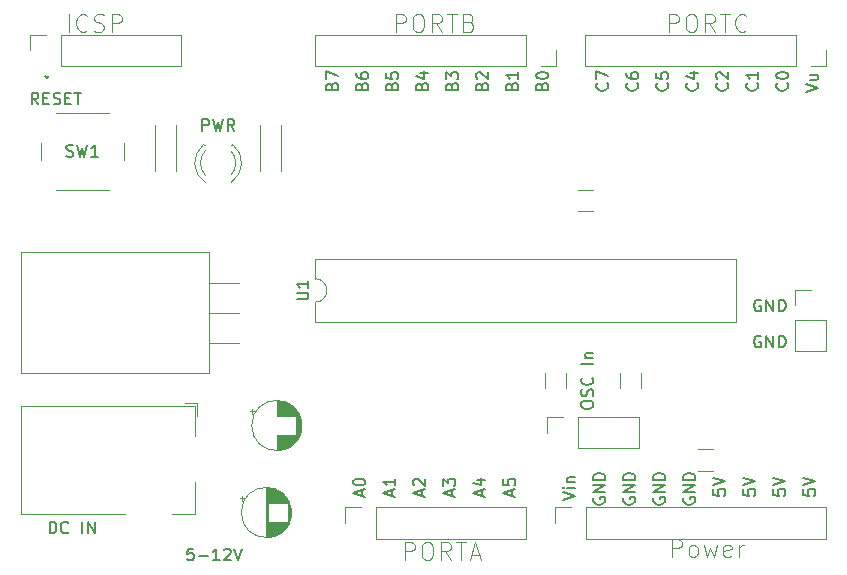
<source format=gbr>
%TF.GenerationSoftware,KiCad,Pcbnew,8.0.6*%
%TF.CreationDate,2024-12-21T17:19:29-08:00*%
%TF.ProjectId,PIC18F_DevBoard,50494331-3846-45f4-9465-76426f617264,rev?*%
%TF.SameCoordinates,Original*%
%TF.FileFunction,Legend,Top*%
%TF.FilePolarity,Positive*%
%FSLAX46Y46*%
G04 Gerber Fmt 4.6, Leading zero omitted, Abs format (unit mm)*
G04 Created by KiCad (PCBNEW 8.0.6) date 2024-12-21 17:19:29*
%MOMM*%
%LPD*%
G01*
G04 APERTURE LIST*
%ADD10C,0.150000*%
%ADD11C,0.100000*%
%ADD12C,0.120000*%
G04 APERTURE END LIST*
D10*
X111391819Y-95484744D02*
X111391819Y-95294268D01*
X111391819Y-95294268D02*
X111439438Y-95199030D01*
X111439438Y-95199030D02*
X111534676Y-95103792D01*
X111534676Y-95103792D02*
X111725152Y-95056173D01*
X111725152Y-95056173D02*
X112058485Y-95056173D01*
X112058485Y-95056173D02*
X112248961Y-95103792D01*
X112248961Y-95103792D02*
X112344200Y-95199030D01*
X112344200Y-95199030D02*
X112391819Y-95294268D01*
X112391819Y-95294268D02*
X112391819Y-95484744D01*
X112391819Y-95484744D02*
X112344200Y-95579982D01*
X112344200Y-95579982D02*
X112248961Y-95675220D01*
X112248961Y-95675220D02*
X112058485Y-95722839D01*
X112058485Y-95722839D02*
X111725152Y-95722839D01*
X111725152Y-95722839D02*
X111534676Y-95675220D01*
X111534676Y-95675220D02*
X111439438Y-95579982D01*
X111439438Y-95579982D02*
X111391819Y-95484744D01*
X112344200Y-94675220D02*
X112391819Y-94532363D01*
X112391819Y-94532363D02*
X112391819Y-94294268D01*
X112391819Y-94294268D02*
X112344200Y-94199030D01*
X112344200Y-94199030D02*
X112296580Y-94151411D01*
X112296580Y-94151411D02*
X112201342Y-94103792D01*
X112201342Y-94103792D02*
X112106104Y-94103792D01*
X112106104Y-94103792D02*
X112010866Y-94151411D01*
X112010866Y-94151411D02*
X111963247Y-94199030D01*
X111963247Y-94199030D02*
X111915628Y-94294268D01*
X111915628Y-94294268D02*
X111868009Y-94484744D01*
X111868009Y-94484744D02*
X111820390Y-94579982D01*
X111820390Y-94579982D02*
X111772771Y-94627601D01*
X111772771Y-94627601D02*
X111677533Y-94675220D01*
X111677533Y-94675220D02*
X111582295Y-94675220D01*
X111582295Y-94675220D02*
X111487057Y-94627601D01*
X111487057Y-94627601D02*
X111439438Y-94579982D01*
X111439438Y-94579982D02*
X111391819Y-94484744D01*
X111391819Y-94484744D02*
X111391819Y-94246649D01*
X111391819Y-94246649D02*
X111439438Y-94103792D01*
X112296580Y-93103792D02*
X112344200Y-93151411D01*
X112344200Y-93151411D02*
X112391819Y-93294268D01*
X112391819Y-93294268D02*
X112391819Y-93389506D01*
X112391819Y-93389506D02*
X112344200Y-93532363D01*
X112344200Y-93532363D02*
X112248961Y-93627601D01*
X112248961Y-93627601D02*
X112153723Y-93675220D01*
X112153723Y-93675220D02*
X111963247Y-93722839D01*
X111963247Y-93722839D02*
X111820390Y-93722839D01*
X111820390Y-93722839D02*
X111629914Y-93675220D01*
X111629914Y-93675220D02*
X111534676Y-93627601D01*
X111534676Y-93627601D02*
X111439438Y-93532363D01*
X111439438Y-93532363D02*
X111391819Y-93389506D01*
X111391819Y-93389506D02*
X111391819Y-93294268D01*
X111391819Y-93294268D02*
X111439438Y-93151411D01*
X111439438Y-93151411D02*
X111487057Y-93103792D01*
X112391819Y-91913315D02*
X111391819Y-91913315D01*
X111725152Y-91437125D02*
X112391819Y-91437125D01*
X111820390Y-91437125D02*
X111772771Y-91389506D01*
X111772771Y-91389506D02*
X111725152Y-91294268D01*
X111725152Y-91294268D02*
X111725152Y-91151411D01*
X111725152Y-91151411D02*
X111772771Y-91056173D01*
X111772771Y-91056173D02*
X111868009Y-91008554D01*
X111868009Y-91008554D02*
X112391819Y-91008554D01*
X78536969Y-107581819D02*
X78060779Y-107581819D01*
X78060779Y-107581819D02*
X78013160Y-108058009D01*
X78013160Y-108058009D02*
X78060779Y-108010390D01*
X78060779Y-108010390D02*
X78156017Y-107962771D01*
X78156017Y-107962771D02*
X78394112Y-107962771D01*
X78394112Y-107962771D02*
X78489350Y-108010390D01*
X78489350Y-108010390D02*
X78536969Y-108058009D01*
X78536969Y-108058009D02*
X78584588Y-108153247D01*
X78584588Y-108153247D02*
X78584588Y-108391342D01*
X78584588Y-108391342D02*
X78536969Y-108486580D01*
X78536969Y-108486580D02*
X78489350Y-108534200D01*
X78489350Y-108534200D02*
X78394112Y-108581819D01*
X78394112Y-108581819D02*
X78156017Y-108581819D01*
X78156017Y-108581819D02*
X78060779Y-108534200D01*
X78060779Y-108534200D02*
X78013160Y-108486580D01*
X79013160Y-108200866D02*
X79775065Y-108200866D01*
X80775064Y-108581819D02*
X80203636Y-108581819D01*
X80489350Y-108581819D02*
X80489350Y-107581819D01*
X80489350Y-107581819D02*
X80394112Y-107724676D01*
X80394112Y-107724676D02*
X80298874Y-107819914D01*
X80298874Y-107819914D02*
X80203636Y-107867533D01*
X81156017Y-107677057D02*
X81203636Y-107629438D01*
X81203636Y-107629438D02*
X81298874Y-107581819D01*
X81298874Y-107581819D02*
X81536969Y-107581819D01*
X81536969Y-107581819D02*
X81632207Y-107629438D01*
X81632207Y-107629438D02*
X81679826Y-107677057D01*
X81679826Y-107677057D02*
X81727445Y-107772295D01*
X81727445Y-107772295D02*
X81727445Y-107867533D01*
X81727445Y-107867533D02*
X81679826Y-108010390D01*
X81679826Y-108010390D02*
X81108398Y-108581819D01*
X81108398Y-108581819D02*
X81727445Y-108581819D01*
X82013160Y-107581819D02*
X82346493Y-108581819D01*
X82346493Y-108581819D02*
X82679826Y-107581819D01*
X66376779Y-106295819D02*
X66376779Y-105295819D01*
X66376779Y-105295819D02*
X66614874Y-105295819D01*
X66614874Y-105295819D02*
X66757731Y-105343438D01*
X66757731Y-105343438D02*
X66852969Y-105438676D01*
X66852969Y-105438676D02*
X66900588Y-105533914D01*
X66900588Y-105533914D02*
X66948207Y-105724390D01*
X66948207Y-105724390D02*
X66948207Y-105867247D01*
X66948207Y-105867247D02*
X66900588Y-106057723D01*
X66900588Y-106057723D02*
X66852969Y-106152961D01*
X66852969Y-106152961D02*
X66757731Y-106248200D01*
X66757731Y-106248200D02*
X66614874Y-106295819D01*
X66614874Y-106295819D02*
X66376779Y-106295819D01*
X67948207Y-106200580D02*
X67900588Y-106248200D01*
X67900588Y-106248200D02*
X67757731Y-106295819D01*
X67757731Y-106295819D02*
X67662493Y-106295819D01*
X67662493Y-106295819D02*
X67519636Y-106248200D01*
X67519636Y-106248200D02*
X67424398Y-106152961D01*
X67424398Y-106152961D02*
X67376779Y-106057723D01*
X67376779Y-106057723D02*
X67329160Y-105867247D01*
X67329160Y-105867247D02*
X67329160Y-105724390D01*
X67329160Y-105724390D02*
X67376779Y-105533914D01*
X67376779Y-105533914D02*
X67424398Y-105438676D01*
X67424398Y-105438676D02*
X67519636Y-105343438D01*
X67519636Y-105343438D02*
X67662493Y-105295819D01*
X67662493Y-105295819D02*
X67757731Y-105295819D01*
X67757731Y-105295819D02*
X67900588Y-105343438D01*
X67900588Y-105343438D02*
X67948207Y-105391057D01*
X69138684Y-106295819D02*
X69138684Y-105295819D01*
X69614874Y-106295819D02*
X69614874Y-105295819D01*
X69614874Y-105295819D02*
X70186302Y-106295819D01*
X70186302Y-106295819D02*
X70186302Y-105295819D01*
X126590588Y-86547438D02*
X126495350Y-86499819D01*
X126495350Y-86499819D02*
X126352493Y-86499819D01*
X126352493Y-86499819D02*
X126209636Y-86547438D01*
X126209636Y-86547438D02*
X126114398Y-86642676D01*
X126114398Y-86642676D02*
X126066779Y-86737914D01*
X126066779Y-86737914D02*
X126019160Y-86928390D01*
X126019160Y-86928390D02*
X126019160Y-87071247D01*
X126019160Y-87071247D02*
X126066779Y-87261723D01*
X126066779Y-87261723D02*
X126114398Y-87356961D01*
X126114398Y-87356961D02*
X126209636Y-87452200D01*
X126209636Y-87452200D02*
X126352493Y-87499819D01*
X126352493Y-87499819D02*
X126447731Y-87499819D01*
X126447731Y-87499819D02*
X126590588Y-87452200D01*
X126590588Y-87452200D02*
X126638207Y-87404580D01*
X126638207Y-87404580D02*
X126638207Y-87071247D01*
X126638207Y-87071247D02*
X126447731Y-87071247D01*
X127066779Y-87499819D02*
X127066779Y-86499819D01*
X127066779Y-86499819D02*
X127638207Y-87499819D01*
X127638207Y-87499819D02*
X127638207Y-86499819D01*
X128114398Y-87499819D02*
X128114398Y-86499819D01*
X128114398Y-86499819D02*
X128352493Y-86499819D01*
X128352493Y-86499819D02*
X128495350Y-86547438D01*
X128495350Y-86547438D02*
X128590588Y-86642676D01*
X128590588Y-86642676D02*
X128638207Y-86737914D01*
X128638207Y-86737914D02*
X128685826Y-86928390D01*
X128685826Y-86928390D02*
X128685826Y-87071247D01*
X128685826Y-87071247D02*
X128638207Y-87261723D01*
X128638207Y-87261723D02*
X128590588Y-87356961D01*
X128590588Y-87356961D02*
X128495350Y-87452200D01*
X128495350Y-87452200D02*
X128352493Y-87499819D01*
X128352493Y-87499819D02*
X128114398Y-87499819D01*
X126590588Y-89595438D02*
X126495350Y-89547819D01*
X126495350Y-89547819D02*
X126352493Y-89547819D01*
X126352493Y-89547819D02*
X126209636Y-89595438D01*
X126209636Y-89595438D02*
X126114398Y-89690676D01*
X126114398Y-89690676D02*
X126066779Y-89785914D01*
X126066779Y-89785914D02*
X126019160Y-89976390D01*
X126019160Y-89976390D02*
X126019160Y-90119247D01*
X126019160Y-90119247D02*
X126066779Y-90309723D01*
X126066779Y-90309723D02*
X126114398Y-90404961D01*
X126114398Y-90404961D02*
X126209636Y-90500200D01*
X126209636Y-90500200D02*
X126352493Y-90547819D01*
X126352493Y-90547819D02*
X126447731Y-90547819D01*
X126447731Y-90547819D02*
X126590588Y-90500200D01*
X126590588Y-90500200D02*
X126638207Y-90452580D01*
X126638207Y-90452580D02*
X126638207Y-90119247D01*
X126638207Y-90119247D02*
X126447731Y-90119247D01*
X127066779Y-90547819D02*
X127066779Y-89547819D01*
X127066779Y-89547819D02*
X127638207Y-90547819D01*
X127638207Y-90547819D02*
X127638207Y-89547819D01*
X128114398Y-90547819D02*
X128114398Y-89547819D01*
X128114398Y-89547819D02*
X128352493Y-89547819D01*
X128352493Y-89547819D02*
X128495350Y-89595438D01*
X128495350Y-89595438D02*
X128590588Y-89690676D01*
X128590588Y-89690676D02*
X128638207Y-89785914D01*
X128638207Y-89785914D02*
X128685826Y-89976390D01*
X128685826Y-89976390D02*
X128685826Y-90119247D01*
X128685826Y-90119247D02*
X128638207Y-90309723D01*
X128638207Y-90309723D02*
X128590588Y-90404961D01*
X128590588Y-90404961D02*
X128495350Y-90500200D01*
X128495350Y-90500200D02*
X128352493Y-90547819D01*
X128352493Y-90547819D02*
X128114398Y-90547819D01*
X65424207Y-69973819D02*
X65090874Y-69497628D01*
X64852779Y-69973819D02*
X64852779Y-68973819D01*
X64852779Y-68973819D02*
X65233731Y-68973819D01*
X65233731Y-68973819D02*
X65328969Y-69021438D01*
X65328969Y-69021438D02*
X65376588Y-69069057D01*
X65376588Y-69069057D02*
X65424207Y-69164295D01*
X65424207Y-69164295D02*
X65424207Y-69307152D01*
X65424207Y-69307152D02*
X65376588Y-69402390D01*
X65376588Y-69402390D02*
X65328969Y-69450009D01*
X65328969Y-69450009D02*
X65233731Y-69497628D01*
X65233731Y-69497628D02*
X64852779Y-69497628D01*
X65852779Y-69450009D02*
X66186112Y-69450009D01*
X66328969Y-69973819D02*
X65852779Y-69973819D01*
X65852779Y-69973819D02*
X65852779Y-68973819D01*
X65852779Y-68973819D02*
X66328969Y-68973819D01*
X66709922Y-69926200D02*
X66852779Y-69973819D01*
X66852779Y-69973819D02*
X67090874Y-69973819D01*
X67090874Y-69973819D02*
X67186112Y-69926200D01*
X67186112Y-69926200D02*
X67233731Y-69878580D01*
X67233731Y-69878580D02*
X67281350Y-69783342D01*
X67281350Y-69783342D02*
X67281350Y-69688104D01*
X67281350Y-69688104D02*
X67233731Y-69592866D01*
X67233731Y-69592866D02*
X67186112Y-69545247D01*
X67186112Y-69545247D02*
X67090874Y-69497628D01*
X67090874Y-69497628D02*
X66900398Y-69450009D01*
X66900398Y-69450009D02*
X66805160Y-69402390D01*
X66805160Y-69402390D02*
X66757541Y-69354771D01*
X66757541Y-69354771D02*
X66709922Y-69259533D01*
X66709922Y-69259533D02*
X66709922Y-69164295D01*
X66709922Y-69164295D02*
X66757541Y-69069057D01*
X66757541Y-69069057D02*
X66805160Y-69021438D01*
X66805160Y-69021438D02*
X66900398Y-68973819D01*
X66900398Y-68973819D02*
X67138493Y-68973819D01*
X67138493Y-68973819D02*
X67281350Y-69021438D01*
X67709922Y-69450009D02*
X68043255Y-69450009D01*
X68186112Y-69973819D02*
X67709922Y-69973819D01*
X67709922Y-69973819D02*
X67709922Y-68973819D01*
X67709922Y-68973819D02*
X68186112Y-68973819D01*
X68471827Y-68973819D02*
X69043255Y-68973819D01*
X68757541Y-69973819D02*
X68757541Y-68973819D01*
X66354077Y-67582942D02*
X66163601Y-67725800D01*
X66163601Y-67725800D02*
X65973125Y-67582942D01*
X90278009Y-68417887D02*
X90325628Y-68275030D01*
X90325628Y-68275030D02*
X90373247Y-68227411D01*
X90373247Y-68227411D02*
X90468485Y-68179792D01*
X90468485Y-68179792D02*
X90611342Y-68179792D01*
X90611342Y-68179792D02*
X90706580Y-68227411D01*
X90706580Y-68227411D02*
X90754200Y-68275030D01*
X90754200Y-68275030D02*
X90801819Y-68370268D01*
X90801819Y-68370268D02*
X90801819Y-68751220D01*
X90801819Y-68751220D02*
X89801819Y-68751220D01*
X89801819Y-68751220D02*
X89801819Y-68417887D01*
X89801819Y-68417887D02*
X89849438Y-68322649D01*
X89849438Y-68322649D02*
X89897057Y-68275030D01*
X89897057Y-68275030D02*
X89992295Y-68227411D01*
X89992295Y-68227411D02*
X90087533Y-68227411D01*
X90087533Y-68227411D02*
X90182771Y-68275030D01*
X90182771Y-68275030D02*
X90230390Y-68322649D01*
X90230390Y-68322649D02*
X90278009Y-68417887D01*
X90278009Y-68417887D02*
X90278009Y-68751220D01*
X89801819Y-67846458D02*
X89801819Y-67179792D01*
X89801819Y-67179792D02*
X90801819Y-67608363D01*
X92818009Y-68417887D02*
X92865628Y-68275030D01*
X92865628Y-68275030D02*
X92913247Y-68227411D01*
X92913247Y-68227411D02*
X93008485Y-68179792D01*
X93008485Y-68179792D02*
X93151342Y-68179792D01*
X93151342Y-68179792D02*
X93246580Y-68227411D01*
X93246580Y-68227411D02*
X93294200Y-68275030D01*
X93294200Y-68275030D02*
X93341819Y-68370268D01*
X93341819Y-68370268D02*
X93341819Y-68751220D01*
X93341819Y-68751220D02*
X92341819Y-68751220D01*
X92341819Y-68751220D02*
X92341819Y-68417887D01*
X92341819Y-68417887D02*
X92389438Y-68322649D01*
X92389438Y-68322649D02*
X92437057Y-68275030D01*
X92437057Y-68275030D02*
X92532295Y-68227411D01*
X92532295Y-68227411D02*
X92627533Y-68227411D01*
X92627533Y-68227411D02*
X92722771Y-68275030D01*
X92722771Y-68275030D02*
X92770390Y-68322649D01*
X92770390Y-68322649D02*
X92818009Y-68417887D01*
X92818009Y-68417887D02*
X92818009Y-68751220D01*
X92341819Y-67322649D02*
X92341819Y-67513125D01*
X92341819Y-67513125D02*
X92389438Y-67608363D01*
X92389438Y-67608363D02*
X92437057Y-67655982D01*
X92437057Y-67655982D02*
X92579914Y-67751220D01*
X92579914Y-67751220D02*
X92770390Y-67798839D01*
X92770390Y-67798839D02*
X93151342Y-67798839D01*
X93151342Y-67798839D02*
X93246580Y-67751220D01*
X93246580Y-67751220D02*
X93294200Y-67703601D01*
X93294200Y-67703601D02*
X93341819Y-67608363D01*
X93341819Y-67608363D02*
X93341819Y-67417887D01*
X93341819Y-67417887D02*
X93294200Y-67322649D01*
X93294200Y-67322649D02*
X93246580Y-67275030D01*
X93246580Y-67275030D02*
X93151342Y-67227411D01*
X93151342Y-67227411D02*
X92913247Y-67227411D01*
X92913247Y-67227411D02*
X92818009Y-67275030D01*
X92818009Y-67275030D02*
X92770390Y-67322649D01*
X92770390Y-67322649D02*
X92722771Y-67417887D01*
X92722771Y-67417887D02*
X92722771Y-67608363D01*
X92722771Y-67608363D02*
X92770390Y-67703601D01*
X92770390Y-67703601D02*
X92818009Y-67751220D01*
X92818009Y-67751220D02*
X92913247Y-67798839D01*
X95358009Y-68417887D02*
X95405628Y-68275030D01*
X95405628Y-68275030D02*
X95453247Y-68227411D01*
X95453247Y-68227411D02*
X95548485Y-68179792D01*
X95548485Y-68179792D02*
X95691342Y-68179792D01*
X95691342Y-68179792D02*
X95786580Y-68227411D01*
X95786580Y-68227411D02*
X95834200Y-68275030D01*
X95834200Y-68275030D02*
X95881819Y-68370268D01*
X95881819Y-68370268D02*
X95881819Y-68751220D01*
X95881819Y-68751220D02*
X94881819Y-68751220D01*
X94881819Y-68751220D02*
X94881819Y-68417887D01*
X94881819Y-68417887D02*
X94929438Y-68322649D01*
X94929438Y-68322649D02*
X94977057Y-68275030D01*
X94977057Y-68275030D02*
X95072295Y-68227411D01*
X95072295Y-68227411D02*
X95167533Y-68227411D01*
X95167533Y-68227411D02*
X95262771Y-68275030D01*
X95262771Y-68275030D02*
X95310390Y-68322649D01*
X95310390Y-68322649D02*
X95358009Y-68417887D01*
X95358009Y-68417887D02*
X95358009Y-68751220D01*
X94881819Y-67275030D02*
X94881819Y-67751220D01*
X94881819Y-67751220D02*
X95358009Y-67798839D01*
X95358009Y-67798839D02*
X95310390Y-67751220D01*
X95310390Y-67751220D02*
X95262771Y-67655982D01*
X95262771Y-67655982D02*
X95262771Y-67417887D01*
X95262771Y-67417887D02*
X95310390Y-67322649D01*
X95310390Y-67322649D02*
X95358009Y-67275030D01*
X95358009Y-67275030D02*
X95453247Y-67227411D01*
X95453247Y-67227411D02*
X95691342Y-67227411D01*
X95691342Y-67227411D02*
X95786580Y-67275030D01*
X95786580Y-67275030D02*
X95834200Y-67322649D01*
X95834200Y-67322649D02*
X95881819Y-67417887D01*
X95881819Y-67417887D02*
X95881819Y-67655982D01*
X95881819Y-67655982D02*
X95834200Y-67751220D01*
X95834200Y-67751220D02*
X95786580Y-67798839D01*
X97898009Y-68417887D02*
X97945628Y-68275030D01*
X97945628Y-68275030D02*
X97993247Y-68227411D01*
X97993247Y-68227411D02*
X98088485Y-68179792D01*
X98088485Y-68179792D02*
X98231342Y-68179792D01*
X98231342Y-68179792D02*
X98326580Y-68227411D01*
X98326580Y-68227411D02*
X98374200Y-68275030D01*
X98374200Y-68275030D02*
X98421819Y-68370268D01*
X98421819Y-68370268D02*
X98421819Y-68751220D01*
X98421819Y-68751220D02*
X97421819Y-68751220D01*
X97421819Y-68751220D02*
X97421819Y-68417887D01*
X97421819Y-68417887D02*
X97469438Y-68322649D01*
X97469438Y-68322649D02*
X97517057Y-68275030D01*
X97517057Y-68275030D02*
X97612295Y-68227411D01*
X97612295Y-68227411D02*
X97707533Y-68227411D01*
X97707533Y-68227411D02*
X97802771Y-68275030D01*
X97802771Y-68275030D02*
X97850390Y-68322649D01*
X97850390Y-68322649D02*
X97898009Y-68417887D01*
X97898009Y-68417887D02*
X97898009Y-68751220D01*
X97755152Y-67322649D02*
X98421819Y-67322649D01*
X97374200Y-67560744D02*
X98088485Y-67798839D01*
X98088485Y-67798839D02*
X98088485Y-67179792D01*
X100438009Y-68417887D02*
X100485628Y-68275030D01*
X100485628Y-68275030D02*
X100533247Y-68227411D01*
X100533247Y-68227411D02*
X100628485Y-68179792D01*
X100628485Y-68179792D02*
X100771342Y-68179792D01*
X100771342Y-68179792D02*
X100866580Y-68227411D01*
X100866580Y-68227411D02*
X100914200Y-68275030D01*
X100914200Y-68275030D02*
X100961819Y-68370268D01*
X100961819Y-68370268D02*
X100961819Y-68751220D01*
X100961819Y-68751220D02*
X99961819Y-68751220D01*
X99961819Y-68751220D02*
X99961819Y-68417887D01*
X99961819Y-68417887D02*
X100009438Y-68322649D01*
X100009438Y-68322649D02*
X100057057Y-68275030D01*
X100057057Y-68275030D02*
X100152295Y-68227411D01*
X100152295Y-68227411D02*
X100247533Y-68227411D01*
X100247533Y-68227411D02*
X100342771Y-68275030D01*
X100342771Y-68275030D02*
X100390390Y-68322649D01*
X100390390Y-68322649D02*
X100438009Y-68417887D01*
X100438009Y-68417887D02*
X100438009Y-68751220D01*
X99961819Y-67846458D02*
X99961819Y-67227411D01*
X99961819Y-67227411D02*
X100342771Y-67560744D01*
X100342771Y-67560744D02*
X100342771Y-67417887D01*
X100342771Y-67417887D02*
X100390390Y-67322649D01*
X100390390Y-67322649D02*
X100438009Y-67275030D01*
X100438009Y-67275030D02*
X100533247Y-67227411D01*
X100533247Y-67227411D02*
X100771342Y-67227411D01*
X100771342Y-67227411D02*
X100866580Y-67275030D01*
X100866580Y-67275030D02*
X100914200Y-67322649D01*
X100914200Y-67322649D02*
X100961819Y-67417887D01*
X100961819Y-67417887D02*
X100961819Y-67703601D01*
X100961819Y-67703601D02*
X100914200Y-67798839D01*
X100914200Y-67798839D02*
X100866580Y-67846458D01*
X102978009Y-68417887D02*
X103025628Y-68275030D01*
X103025628Y-68275030D02*
X103073247Y-68227411D01*
X103073247Y-68227411D02*
X103168485Y-68179792D01*
X103168485Y-68179792D02*
X103311342Y-68179792D01*
X103311342Y-68179792D02*
X103406580Y-68227411D01*
X103406580Y-68227411D02*
X103454200Y-68275030D01*
X103454200Y-68275030D02*
X103501819Y-68370268D01*
X103501819Y-68370268D02*
X103501819Y-68751220D01*
X103501819Y-68751220D02*
X102501819Y-68751220D01*
X102501819Y-68751220D02*
X102501819Y-68417887D01*
X102501819Y-68417887D02*
X102549438Y-68322649D01*
X102549438Y-68322649D02*
X102597057Y-68275030D01*
X102597057Y-68275030D02*
X102692295Y-68227411D01*
X102692295Y-68227411D02*
X102787533Y-68227411D01*
X102787533Y-68227411D02*
X102882771Y-68275030D01*
X102882771Y-68275030D02*
X102930390Y-68322649D01*
X102930390Y-68322649D02*
X102978009Y-68417887D01*
X102978009Y-68417887D02*
X102978009Y-68751220D01*
X102597057Y-67798839D02*
X102549438Y-67751220D01*
X102549438Y-67751220D02*
X102501819Y-67655982D01*
X102501819Y-67655982D02*
X102501819Y-67417887D01*
X102501819Y-67417887D02*
X102549438Y-67322649D01*
X102549438Y-67322649D02*
X102597057Y-67275030D01*
X102597057Y-67275030D02*
X102692295Y-67227411D01*
X102692295Y-67227411D02*
X102787533Y-67227411D01*
X102787533Y-67227411D02*
X102930390Y-67275030D01*
X102930390Y-67275030D02*
X103501819Y-67846458D01*
X103501819Y-67846458D02*
X103501819Y-67227411D01*
X105518009Y-68417887D02*
X105565628Y-68275030D01*
X105565628Y-68275030D02*
X105613247Y-68227411D01*
X105613247Y-68227411D02*
X105708485Y-68179792D01*
X105708485Y-68179792D02*
X105851342Y-68179792D01*
X105851342Y-68179792D02*
X105946580Y-68227411D01*
X105946580Y-68227411D02*
X105994200Y-68275030D01*
X105994200Y-68275030D02*
X106041819Y-68370268D01*
X106041819Y-68370268D02*
X106041819Y-68751220D01*
X106041819Y-68751220D02*
X105041819Y-68751220D01*
X105041819Y-68751220D02*
X105041819Y-68417887D01*
X105041819Y-68417887D02*
X105089438Y-68322649D01*
X105089438Y-68322649D02*
X105137057Y-68275030D01*
X105137057Y-68275030D02*
X105232295Y-68227411D01*
X105232295Y-68227411D02*
X105327533Y-68227411D01*
X105327533Y-68227411D02*
X105422771Y-68275030D01*
X105422771Y-68275030D02*
X105470390Y-68322649D01*
X105470390Y-68322649D02*
X105518009Y-68417887D01*
X105518009Y-68417887D02*
X105518009Y-68751220D01*
X106041819Y-67227411D02*
X106041819Y-67798839D01*
X106041819Y-67513125D02*
X105041819Y-67513125D01*
X105041819Y-67513125D02*
X105184676Y-67608363D01*
X105184676Y-67608363D02*
X105279914Y-67703601D01*
X105279914Y-67703601D02*
X105327533Y-67798839D01*
X108058009Y-68417887D02*
X108105628Y-68275030D01*
X108105628Y-68275030D02*
X108153247Y-68227411D01*
X108153247Y-68227411D02*
X108248485Y-68179792D01*
X108248485Y-68179792D02*
X108391342Y-68179792D01*
X108391342Y-68179792D02*
X108486580Y-68227411D01*
X108486580Y-68227411D02*
X108534200Y-68275030D01*
X108534200Y-68275030D02*
X108581819Y-68370268D01*
X108581819Y-68370268D02*
X108581819Y-68751220D01*
X108581819Y-68751220D02*
X107581819Y-68751220D01*
X107581819Y-68751220D02*
X107581819Y-68417887D01*
X107581819Y-68417887D02*
X107629438Y-68322649D01*
X107629438Y-68322649D02*
X107677057Y-68275030D01*
X107677057Y-68275030D02*
X107772295Y-68227411D01*
X107772295Y-68227411D02*
X107867533Y-68227411D01*
X107867533Y-68227411D02*
X107962771Y-68275030D01*
X107962771Y-68275030D02*
X108010390Y-68322649D01*
X108010390Y-68322649D02*
X108058009Y-68417887D01*
X108058009Y-68417887D02*
X108058009Y-68751220D01*
X107581819Y-67560744D02*
X107581819Y-67465506D01*
X107581819Y-67465506D02*
X107629438Y-67370268D01*
X107629438Y-67370268D02*
X107677057Y-67322649D01*
X107677057Y-67322649D02*
X107772295Y-67275030D01*
X107772295Y-67275030D02*
X107962771Y-67227411D01*
X107962771Y-67227411D02*
X108200866Y-67227411D01*
X108200866Y-67227411D02*
X108391342Y-67275030D01*
X108391342Y-67275030D02*
X108486580Y-67322649D01*
X108486580Y-67322649D02*
X108534200Y-67370268D01*
X108534200Y-67370268D02*
X108581819Y-67465506D01*
X108581819Y-67465506D02*
X108581819Y-67560744D01*
X108581819Y-67560744D02*
X108534200Y-67655982D01*
X108534200Y-67655982D02*
X108486580Y-67703601D01*
X108486580Y-67703601D02*
X108391342Y-67751220D01*
X108391342Y-67751220D02*
X108200866Y-67798839D01*
X108200866Y-67798839D02*
X107962771Y-67798839D01*
X107962771Y-67798839D02*
X107772295Y-67751220D01*
X107772295Y-67751220D02*
X107677057Y-67703601D01*
X107677057Y-67703601D02*
X107629438Y-67655982D01*
X107629438Y-67655982D02*
X107581819Y-67560744D01*
X130441819Y-68894077D02*
X131441819Y-68560744D01*
X131441819Y-68560744D02*
X130441819Y-68227411D01*
X130775152Y-67465506D02*
X131441819Y-67465506D01*
X130775152Y-67894077D02*
X131298961Y-67894077D01*
X131298961Y-67894077D02*
X131394200Y-67846458D01*
X131394200Y-67846458D02*
X131441819Y-67751220D01*
X131441819Y-67751220D02*
X131441819Y-67608363D01*
X131441819Y-67608363D02*
X131394200Y-67513125D01*
X131394200Y-67513125D02*
X131346580Y-67465506D01*
X113566580Y-68179792D02*
X113614200Y-68227411D01*
X113614200Y-68227411D02*
X113661819Y-68370268D01*
X113661819Y-68370268D02*
X113661819Y-68465506D01*
X113661819Y-68465506D02*
X113614200Y-68608363D01*
X113614200Y-68608363D02*
X113518961Y-68703601D01*
X113518961Y-68703601D02*
X113423723Y-68751220D01*
X113423723Y-68751220D02*
X113233247Y-68798839D01*
X113233247Y-68798839D02*
X113090390Y-68798839D01*
X113090390Y-68798839D02*
X112899914Y-68751220D01*
X112899914Y-68751220D02*
X112804676Y-68703601D01*
X112804676Y-68703601D02*
X112709438Y-68608363D01*
X112709438Y-68608363D02*
X112661819Y-68465506D01*
X112661819Y-68465506D02*
X112661819Y-68370268D01*
X112661819Y-68370268D02*
X112709438Y-68227411D01*
X112709438Y-68227411D02*
X112757057Y-68179792D01*
X112661819Y-67846458D02*
X112661819Y-67179792D01*
X112661819Y-67179792D02*
X113661819Y-67608363D01*
X116106580Y-68179792D02*
X116154200Y-68227411D01*
X116154200Y-68227411D02*
X116201819Y-68370268D01*
X116201819Y-68370268D02*
X116201819Y-68465506D01*
X116201819Y-68465506D02*
X116154200Y-68608363D01*
X116154200Y-68608363D02*
X116058961Y-68703601D01*
X116058961Y-68703601D02*
X115963723Y-68751220D01*
X115963723Y-68751220D02*
X115773247Y-68798839D01*
X115773247Y-68798839D02*
X115630390Y-68798839D01*
X115630390Y-68798839D02*
X115439914Y-68751220D01*
X115439914Y-68751220D02*
X115344676Y-68703601D01*
X115344676Y-68703601D02*
X115249438Y-68608363D01*
X115249438Y-68608363D02*
X115201819Y-68465506D01*
X115201819Y-68465506D02*
X115201819Y-68370268D01*
X115201819Y-68370268D02*
X115249438Y-68227411D01*
X115249438Y-68227411D02*
X115297057Y-68179792D01*
X115201819Y-67322649D02*
X115201819Y-67513125D01*
X115201819Y-67513125D02*
X115249438Y-67608363D01*
X115249438Y-67608363D02*
X115297057Y-67655982D01*
X115297057Y-67655982D02*
X115439914Y-67751220D01*
X115439914Y-67751220D02*
X115630390Y-67798839D01*
X115630390Y-67798839D02*
X116011342Y-67798839D01*
X116011342Y-67798839D02*
X116106580Y-67751220D01*
X116106580Y-67751220D02*
X116154200Y-67703601D01*
X116154200Y-67703601D02*
X116201819Y-67608363D01*
X116201819Y-67608363D02*
X116201819Y-67417887D01*
X116201819Y-67417887D02*
X116154200Y-67322649D01*
X116154200Y-67322649D02*
X116106580Y-67275030D01*
X116106580Y-67275030D02*
X116011342Y-67227411D01*
X116011342Y-67227411D02*
X115773247Y-67227411D01*
X115773247Y-67227411D02*
X115678009Y-67275030D01*
X115678009Y-67275030D02*
X115630390Y-67322649D01*
X115630390Y-67322649D02*
X115582771Y-67417887D01*
X115582771Y-67417887D02*
X115582771Y-67608363D01*
X115582771Y-67608363D02*
X115630390Y-67703601D01*
X115630390Y-67703601D02*
X115678009Y-67751220D01*
X115678009Y-67751220D02*
X115773247Y-67798839D01*
X118646580Y-68179792D02*
X118694200Y-68227411D01*
X118694200Y-68227411D02*
X118741819Y-68370268D01*
X118741819Y-68370268D02*
X118741819Y-68465506D01*
X118741819Y-68465506D02*
X118694200Y-68608363D01*
X118694200Y-68608363D02*
X118598961Y-68703601D01*
X118598961Y-68703601D02*
X118503723Y-68751220D01*
X118503723Y-68751220D02*
X118313247Y-68798839D01*
X118313247Y-68798839D02*
X118170390Y-68798839D01*
X118170390Y-68798839D02*
X117979914Y-68751220D01*
X117979914Y-68751220D02*
X117884676Y-68703601D01*
X117884676Y-68703601D02*
X117789438Y-68608363D01*
X117789438Y-68608363D02*
X117741819Y-68465506D01*
X117741819Y-68465506D02*
X117741819Y-68370268D01*
X117741819Y-68370268D02*
X117789438Y-68227411D01*
X117789438Y-68227411D02*
X117837057Y-68179792D01*
X117741819Y-67275030D02*
X117741819Y-67751220D01*
X117741819Y-67751220D02*
X118218009Y-67798839D01*
X118218009Y-67798839D02*
X118170390Y-67751220D01*
X118170390Y-67751220D02*
X118122771Y-67655982D01*
X118122771Y-67655982D02*
X118122771Y-67417887D01*
X118122771Y-67417887D02*
X118170390Y-67322649D01*
X118170390Y-67322649D02*
X118218009Y-67275030D01*
X118218009Y-67275030D02*
X118313247Y-67227411D01*
X118313247Y-67227411D02*
X118551342Y-67227411D01*
X118551342Y-67227411D02*
X118646580Y-67275030D01*
X118646580Y-67275030D02*
X118694200Y-67322649D01*
X118694200Y-67322649D02*
X118741819Y-67417887D01*
X118741819Y-67417887D02*
X118741819Y-67655982D01*
X118741819Y-67655982D02*
X118694200Y-67751220D01*
X118694200Y-67751220D02*
X118646580Y-67798839D01*
X121186580Y-68179792D02*
X121234200Y-68227411D01*
X121234200Y-68227411D02*
X121281819Y-68370268D01*
X121281819Y-68370268D02*
X121281819Y-68465506D01*
X121281819Y-68465506D02*
X121234200Y-68608363D01*
X121234200Y-68608363D02*
X121138961Y-68703601D01*
X121138961Y-68703601D02*
X121043723Y-68751220D01*
X121043723Y-68751220D02*
X120853247Y-68798839D01*
X120853247Y-68798839D02*
X120710390Y-68798839D01*
X120710390Y-68798839D02*
X120519914Y-68751220D01*
X120519914Y-68751220D02*
X120424676Y-68703601D01*
X120424676Y-68703601D02*
X120329438Y-68608363D01*
X120329438Y-68608363D02*
X120281819Y-68465506D01*
X120281819Y-68465506D02*
X120281819Y-68370268D01*
X120281819Y-68370268D02*
X120329438Y-68227411D01*
X120329438Y-68227411D02*
X120377057Y-68179792D01*
X120615152Y-67322649D02*
X121281819Y-67322649D01*
X120234200Y-67560744D02*
X120948485Y-67798839D01*
X120948485Y-67798839D02*
X120948485Y-67179792D01*
X123726580Y-68179792D02*
X123774200Y-68227411D01*
X123774200Y-68227411D02*
X123821819Y-68370268D01*
X123821819Y-68370268D02*
X123821819Y-68465506D01*
X123821819Y-68465506D02*
X123774200Y-68608363D01*
X123774200Y-68608363D02*
X123678961Y-68703601D01*
X123678961Y-68703601D02*
X123583723Y-68751220D01*
X123583723Y-68751220D02*
X123393247Y-68798839D01*
X123393247Y-68798839D02*
X123250390Y-68798839D01*
X123250390Y-68798839D02*
X123059914Y-68751220D01*
X123059914Y-68751220D02*
X122964676Y-68703601D01*
X122964676Y-68703601D02*
X122869438Y-68608363D01*
X122869438Y-68608363D02*
X122821819Y-68465506D01*
X122821819Y-68465506D02*
X122821819Y-68370268D01*
X122821819Y-68370268D02*
X122869438Y-68227411D01*
X122869438Y-68227411D02*
X122917057Y-68179792D01*
X122917057Y-67798839D02*
X122869438Y-67751220D01*
X122869438Y-67751220D02*
X122821819Y-67655982D01*
X122821819Y-67655982D02*
X122821819Y-67417887D01*
X122821819Y-67417887D02*
X122869438Y-67322649D01*
X122869438Y-67322649D02*
X122917057Y-67275030D01*
X122917057Y-67275030D02*
X123012295Y-67227411D01*
X123012295Y-67227411D02*
X123107533Y-67227411D01*
X123107533Y-67227411D02*
X123250390Y-67275030D01*
X123250390Y-67275030D02*
X123821819Y-67846458D01*
X123821819Y-67846458D02*
X123821819Y-67227411D01*
X126266580Y-68179792D02*
X126314200Y-68227411D01*
X126314200Y-68227411D02*
X126361819Y-68370268D01*
X126361819Y-68370268D02*
X126361819Y-68465506D01*
X126361819Y-68465506D02*
X126314200Y-68608363D01*
X126314200Y-68608363D02*
X126218961Y-68703601D01*
X126218961Y-68703601D02*
X126123723Y-68751220D01*
X126123723Y-68751220D02*
X125933247Y-68798839D01*
X125933247Y-68798839D02*
X125790390Y-68798839D01*
X125790390Y-68798839D02*
X125599914Y-68751220D01*
X125599914Y-68751220D02*
X125504676Y-68703601D01*
X125504676Y-68703601D02*
X125409438Y-68608363D01*
X125409438Y-68608363D02*
X125361819Y-68465506D01*
X125361819Y-68465506D02*
X125361819Y-68370268D01*
X125361819Y-68370268D02*
X125409438Y-68227411D01*
X125409438Y-68227411D02*
X125457057Y-68179792D01*
X126361819Y-67227411D02*
X126361819Y-67798839D01*
X126361819Y-67513125D02*
X125361819Y-67513125D01*
X125361819Y-67513125D02*
X125504676Y-67608363D01*
X125504676Y-67608363D02*
X125599914Y-67703601D01*
X125599914Y-67703601D02*
X125647533Y-67798839D01*
X128806580Y-68179792D02*
X128854200Y-68227411D01*
X128854200Y-68227411D02*
X128901819Y-68370268D01*
X128901819Y-68370268D02*
X128901819Y-68465506D01*
X128901819Y-68465506D02*
X128854200Y-68608363D01*
X128854200Y-68608363D02*
X128758961Y-68703601D01*
X128758961Y-68703601D02*
X128663723Y-68751220D01*
X128663723Y-68751220D02*
X128473247Y-68798839D01*
X128473247Y-68798839D02*
X128330390Y-68798839D01*
X128330390Y-68798839D02*
X128139914Y-68751220D01*
X128139914Y-68751220D02*
X128044676Y-68703601D01*
X128044676Y-68703601D02*
X127949438Y-68608363D01*
X127949438Y-68608363D02*
X127901819Y-68465506D01*
X127901819Y-68465506D02*
X127901819Y-68370268D01*
X127901819Y-68370268D02*
X127949438Y-68227411D01*
X127949438Y-68227411D02*
X127997057Y-68179792D01*
X127901819Y-67560744D02*
X127901819Y-67465506D01*
X127901819Y-67465506D02*
X127949438Y-67370268D01*
X127949438Y-67370268D02*
X127997057Y-67322649D01*
X127997057Y-67322649D02*
X128092295Y-67275030D01*
X128092295Y-67275030D02*
X128282771Y-67227411D01*
X128282771Y-67227411D02*
X128520866Y-67227411D01*
X128520866Y-67227411D02*
X128711342Y-67275030D01*
X128711342Y-67275030D02*
X128806580Y-67322649D01*
X128806580Y-67322649D02*
X128854200Y-67370268D01*
X128854200Y-67370268D02*
X128901819Y-67465506D01*
X128901819Y-67465506D02*
X128901819Y-67560744D01*
X128901819Y-67560744D02*
X128854200Y-67655982D01*
X128854200Y-67655982D02*
X128806580Y-67703601D01*
X128806580Y-67703601D02*
X128711342Y-67751220D01*
X128711342Y-67751220D02*
X128520866Y-67798839D01*
X128520866Y-67798839D02*
X128282771Y-67798839D01*
X128282771Y-67798839D02*
X128092295Y-67751220D01*
X128092295Y-67751220D02*
X127997057Y-67703601D01*
X127997057Y-67703601D02*
X127949438Y-67655982D01*
X127949438Y-67655982D02*
X127901819Y-67560744D01*
X105502104Y-103088839D02*
X105502104Y-102612649D01*
X105787819Y-103184077D02*
X104787819Y-102850744D01*
X104787819Y-102850744D02*
X105787819Y-102517411D01*
X104787819Y-101707887D02*
X104787819Y-102184077D01*
X104787819Y-102184077D02*
X105264009Y-102231696D01*
X105264009Y-102231696D02*
X105216390Y-102184077D01*
X105216390Y-102184077D02*
X105168771Y-102088839D01*
X105168771Y-102088839D02*
X105168771Y-101850744D01*
X105168771Y-101850744D02*
X105216390Y-101755506D01*
X105216390Y-101755506D02*
X105264009Y-101707887D01*
X105264009Y-101707887D02*
X105359247Y-101660268D01*
X105359247Y-101660268D02*
X105597342Y-101660268D01*
X105597342Y-101660268D02*
X105692580Y-101707887D01*
X105692580Y-101707887D02*
X105740200Y-101755506D01*
X105740200Y-101755506D02*
X105787819Y-101850744D01*
X105787819Y-101850744D02*
X105787819Y-102088839D01*
X105787819Y-102088839D02*
X105740200Y-102184077D01*
X105740200Y-102184077D02*
X105692580Y-102231696D01*
X102962104Y-103088839D02*
X102962104Y-102612649D01*
X103247819Y-103184077D02*
X102247819Y-102850744D01*
X102247819Y-102850744D02*
X103247819Y-102517411D01*
X102581152Y-101755506D02*
X103247819Y-101755506D01*
X102200200Y-101993601D02*
X102914485Y-102231696D01*
X102914485Y-102231696D02*
X102914485Y-101612649D01*
X100422104Y-103088839D02*
X100422104Y-102612649D01*
X100707819Y-103184077D02*
X99707819Y-102850744D01*
X99707819Y-102850744D02*
X100707819Y-102517411D01*
X99707819Y-102279315D02*
X99707819Y-101660268D01*
X99707819Y-101660268D02*
X100088771Y-101993601D01*
X100088771Y-101993601D02*
X100088771Y-101850744D01*
X100088771Y-101850744D02*
X100136390Y-101755506D01*
X100136390Y-101755506D02*
X100184009Y-101707887D01*
X100184009Y-101707887D02*
X100279247Y-101660268D01*
X100279247Y-101660268D02*
X100517342Y-101660268D01*
X100517342Y-101660268D02*
X100612580Y-101707887D01*
X100612580Y-101707887D02*
X100660200Y-101755506D01*
X100660200Y-101755506D02*
X100707819Y-101850744D01*
X100707819Y-101850744D02*
X100707819Y-102136458D01*
X100707819Y-102136458D02*
X100660200Y-102231696D01*
X100660200Y-102231696D02*
X100612580Y-102279315D01*
X97882104Y-103088839D02*
X97882104Y-102612649D01*
X98167819Y-103184077D02*
X97167819Y-102850744D01*
X97167819Y-102850744D02*
X98167819Y-102517411D01*
X97263057Y-102231696D02*
X97215438Y-102184077D01*
X97215438Y-102184077D02*
X97167819Y-102088839D01*
X97167819Y-102088839D02*
X97167819Y-101850744D01*
X97167819Y-101850744D02*
X97215438Y-101755506D01*
X97215438Y-101755506D02*
X97263057Y-101707887D01*
X97263057Y-101707887D02*
X97358295Y-101660268D01*
X97358295Y-101660268D02*
X97453533Y-101660268D01*
X97453533Y-101660268D02*
X97596390Y-101707887D01*
X97596390Y-101707887D02*
X98167819Y-102279315D01*
X98167819Y-102279315D02*
X98167819Y-101660268D01*
X95342104Y-103088839D02*
X95342104Y-102612649D01*
X95627819Y-103184077D02*
X94627819Y-102850744D01*
X94627819Y-102850744D02*
X95627819Y-102517411D01*
X95627819Y-101660268D02*
X95627819Y-102231696D01*
X95627819Y-101945982D02*
X94627819Y-101945982D01*
X94627819Y-101945982D02*
X94770676Y-102041220D01*
X94770676Y-102041220D02*
X94865914Y-102136458D01*
X94865914Y-102136458D02*
X94913533Y-102231696D01*
X92802104Y-103088839D02*
X92802104Y-102612649D01*
X93087819Y-103184077D02*
X92087819Y-102850744D01*
X92087819Y-102850744D02*
X93087819Y-102517411D01*
X92087819Y-101993601D02*
X92087819Y-101898363D01*
X92087819Y-101898363D02*
X92135438Y-101803125D01*
X92135438Y-101803125D02*
X92183057Y-101755506D01*
X92183057Y-101755506D02*
X92278295Y-101707887D01*
X92278295Y-101707887D02*
X92468771Y-101660268D01*
X92468771Y-101660268D02*
X92706866Y-101660268D01*
X92706866Y-101660268D02*
X92897342Y-101707887D01*
X92897342Y-101707887D02*
X92992580Y-101755506D01*
X92992580Y-101755506D02*
X93040200Y-101803125D01*
X93040200Y-101803125D02*
X93087819Y-101898363D01*
X93087819Y-101898363D02*
X93087819Y-101993601D01*
X93087819Y-101993601D02*
X93040200Y-102088839D01*
X93040200Y-102088839D02*
X92992580Y-102136458D01*
X92992580Y-102136458D02*
X92897342Y-102184077D01*
X92897342Y-102184077D02*
X92706866Y-102231696D01*
X92706866Y-102231696D02*
X92468771Y-102231696D01*
X92468771Y-102231696D02*
X92278295Y-102184077D01*
X92278295Y-102184077D02*
X92183057Y-102136458D01*
X92183057Y-102136458D02*
X92135438Y-102088839D01*
X92135438Y-102088839D02*
X92087819Y-101993601D01*
X109867819Y-103438077D02*
X110867819Y-103104744D01*
X110867819Y-103104744D02*
X109867819Y-102771411D01*
X110867819Y-102438077D02*
X110201152Y-102438077D01*
X109867819Y-102438077D02*
X109915438Y-102485696D01*
X109915438Y-102485696D02*
X109963057Y-102438077D01*
X109963057Y-102438077D02*
X109915438Y-102390458D01*
X109915438Y-102390458D02*
X109867819Y-102438077D01*
X109867819Y-102438077D02*
X109963057Y-102438077D01*
X110201152Y-101961887D02*
X110867819Y-101961887D01*
X110296390Y-101961887D02*
X110248771Y-101914268D01*
X110248771Y-101914268D02*
X110201152Y-101819030D01*
X110201152Y-101819030D02*
X110201152Y-101676173D01*
X110201152Y-101676173D02*
X110248771Y-101580935D01*
X110248771Y-101580935D02*
X110344009Y-101533316D01*
X110344009Y-101533316D02*
X110867819Y-101533316D01*
X112455438Y-103279411D02*
X112407819Y-103374649D01*
X112407819Y-103374649D02*
X112407819Y-103517506D01*
X112407819Y-103517506D02*
X112455438Y-103660363D01*
X112455438Y-103660363D02*
X112550676Y-103755601D01*
X112550676Y-103755601D02*
X112645914Y-103803220D01*
X112645914Y-103803220D02*
X112836390Y-103850839D01*
X112836390Y-103850839D02*
X112979247Y-103850839D01*
X112979247Y-103850839D02*
X113169723Y-103803220D01*
X113169723Y-103803220D02*
X113264961Y-103755601D01*
X113264961Y-103755601D02*
X113360200Y-103660363D01*
X113360200Y-103660363D02*
X113407819Y-103517506D01*
X113407819Y-103517506D02*
X113407819Y-103422268D01*
X113407819Y-103422268D02*
X113360200Y-103279411D01*
X113360200Y-103279411D02*
X113312580Y-103231792D01*
X113312580Y-103231792D02*
X112979247Y-103231792D01*
X112979247Y-103231792D02*
X112979247Y-103422268D01*
X113407819Y-102803220D02*
X112407819Y-102803220D01*
X112407819Y-102803220D02*
X113407819Y-102231792D01*
X113407819Y-102231792D02*
X112407819Y-102231792D01*
X113407819Y-101755601D02*
X112407819Y-101755601D01*
X112407819Y-101755601D02*
X112407819Y-101517506D01*
X112407819Y-101517506D02*
X112455438Y-101374649D01*
X112455438Y-101374649D02*
X112550676Y-101279411D01*
X112550676Y-101279411D02*
X112645914Y-101231792D01*
X112645914Y-101231792D02*
X112836390Y-101184173D01*
X112836390Y-101184173D02*
X112979247Y-101184173D01*
X112979247Y-101184173D02*
X113169723Y-101231792D01*
X113169723Y-101231792D02*
X113264961Y-101279411D01*
X113264961Y-101279411D02*
X113360200Y-101374649D01*
X113360200Y-101374649D02*
X113407819Y-101517506D01*
X113407819Y-101517506D02*
X113407819Y-101755601D01*
X114995438Y-103279411D02*
X114947819Y-103374649D01*
X114947819Y-103374649D02*
X114947819Y-103517506D01*
X114947819Y-103517506D02*
X114995438Y-103660363D01*
X114995438Y-103660363D02*
X115090676Y-103755601D01*
X115090676Y-103755601D02*
X115185914Y-103803220D01*
X115185914Y-103803220D02*
X115376390Y-103850839D01*
X115376390Y-103850839D02*
X115519247Y-103850839D01*
X115519247Y-103850839D02*
X115709723Y-103803220D01*
X115709723Y-103803220D02*
X115804961Y-103755601D01*
X115804961Y-103755601D02*
X115900200Y-103660363D01*
X115900200Y-103660363D02*
X115947819Y-103517506D01*
X115947819Y-103517506D02*
X115947819Y-103422268D01*
X115947819Y-103422268D02*
X115900200Y-103279411D01*
X115900200Y-103279411D02*
X115852580Y-103231792D01*
X115852580Y-103231792D02*
X115519247Y-103231792D01*
X115519247Y-103231792D02*
X115519247Y-103422268D01*
X115947819Y-102803220D02*
X114947819Y-102803220D01*
X114947819Y-102803220D02*
X115947819Y-102231792D01*
X115947819Y-102231792D02*
X114947819Y-102231792D01*
X115947819Y-101755601D02*
X114947819Y-101755601D01*
X114947819Y-101755601D02*
X114947819Y-101517506D01*
X114947819Y-101517506D02*
X114995438Y-101374649D01*
X114995438Y-101374649D02*
X115090676Y-101279411D01*
X115090676Y-101279411D02*
X115185914Y-101231792D01*
X115185914Y-101231792D02*
X115376390Y-101184173D01*
X115376390Y-101184173D02*
X115519247Y-101184173D01*
X115519247Y-101184173D02*
X115709723Y-101231792D01*
X115709723Y-101231792D02*
X115804961Y-101279411D01*
X115804961Y-101279411D02*
X115900200Y-101374649D01*
X115900200Y-101374649D02*
X115947819Y-101517506D01*
X115947819Y-101517506D02*
X115947819Y-101755601D01*
X117535438Y-103279411D02*
X117487819Y-103374649D01*
X117487819Y-103374649D02*
X117487819Y-103517506D01*
X117487819Y-103517506D02*
X117535438Y-103660363D01*
X117535438Y-103660363D02*
X117630676Y-103755601D01*
X117630676Y-103755601D02*
X117725914Y-103803220D01*
X117725914Y-103803220D02*
X117916390Y-103850839D01*
X117916390Y-103850839D02*
X118059247Y-103850839D01*
X118059247Y-103850839D02*
X118249723Y-103803220D01*
X118249723Y-103803220D02*
X118344961Y-103755601D01*
X118344961Y-103755601D02*
X118440200Y-103660363D01*
X118440200Y-103660363D02*
X118487819Y-103517506D01*
X118487819Y-103517506D02*
X118487819Y-103422268D01*
X118487819Y-103422268D02*
X118440200Y-103279411D01*
X118440200Y-103279411D02*
X118392580Y-103231792D01*
X118392580Y-103231792D02*
X118059247Y-103231792D01*
X118059247Y-103231792D02*
X118059247Y-103422268D01*
X118487819Y-102803220D02*
X117487819Y-102803220D01*
X117487819Y-102803220D02*
X118487819Y-102231792D01*
X118487819Y-102231792D02*
X117487819Y-102231792D01*
X118487819Y-101755601D02*
X117487819Y-101755601D01*
X117487819Y-101755601D02*
X117487819Y-101517506D01*
X117487819Y-101517506D02*
X117535438Y-101374649D01*
X117535438Y-101374649D02*
X117630676Y-101279411D01*
X117630676Y-101279411D02*
X117725914Y-101231792D01*
X117725914Y-101231792D02*
X117916390Y-101184173D01*
X117916390Y-101184173D02*
X118059247Y-101184173D01*
X118059247Y-101184173D02*
X118249723Y-101231792D01*
X118249723Y-101231792D02*
X118344961Y-101279411D01*
X118344961Y-101279411D02*
X118440200Y-101374649D01*
X118440200Y-101374649D02*
X118487819Y-101517506D01*
X118487819Y-101517506D02*
X118487819Y-101755601D01*
X120075438Y-103279411D02*
X120027819Y-103374649D01*
X120027819Y-103374649D02*
X120027819Y-103517506D01*
X120027819Y-103517506D02*
X120075438Y-103660363D01*
X120075438Y-103660363D02*
X120170676Y-103755601D01*
X120170676Y-103755601D02*
X120265914Y-103803220D01*
X120265914Y-103803220D02*
X120456390Y-103850839D01*
X120456390Y-103850839D02*
X120599247Y-103850839D01*
X120599247Y-103850839D02*
X120789723Y-103803220D01*
X120789723Y-103803220D02*
X120884961Y-103755601D01*
X120884961Y-103755601D02*
X120980200Y-103660363D01*
X120980200Y-103660363D02*
X121027819Y-103517506D01*
X121027819Y-103517506D02*
X121027819Y-103422268D01*
X121027819Y-103422268D02*
X120980200Y-103279411D01*
X120980200Y-103279411D02*
X120932580Y-103231792D01*
X120932580Y-103231792D02*
X120599247Y-103231792D01*
X120599247Y-103231792D02*
X120599247Y-103422268D01*
X121027819Y-102803220D02*
X120027819Y-102803220D01*
X120027819Y-102803220D02*
X121027819Y-102231792D01*
X121027819Y-102231792D02*
X120027819Y-102231792D01*
X121027819Y-101755601D02*
X120027819Y-101755601D01*
X120027819Y-101755601D02*
X120027819Y-101517506D01*
X120027819Y-101517506D02*
X120075438Y-101374649D01*
X120075438Y-101374649D02*
X120170676Y-101279411D01*
X120170676Y-101279411D02*
X120265914Y-101231792D01*
X120265914Y-101231792D02*
X120456390Y-101184173D01*
X120456390Y-101184173D02*
X120599247Y-101184173D01*
X120599247Y-101184173D02*
X120789723Y-101231792D01*
X120789723Y-101231792D02*
X120884961Y-101279411D01*
X120884961Y-101279411D02*
X120980200Y-101374649D01*
X120980200Y-101374649D02*
X121027819Y-101517506D01*
X121027819Y-101517506D02*
X121027819Y-101755601D01*
X122567819Y-102565030D02*
X122567819Y-103041220D01*
X122567819Y-103041220D02*
X123044009Y-103088839D01*
X123044009Y-103088839D02*
X122996390Y-103041220D01*
X122996390Y-103041220D02*
X122948771Y-102945982D01*
X122948771Y-102945982D02*
X122948771Y-102707887D01*
X122948771Y-102707887D02*
X122996390Y-102612649D01*
X122996390Y-102612649D02*
X123044009Y-102565030D01*
X123044009Y-102565030D02*
X123139247Y-102517411D01*
X123139247Y-102517411D02*
X123377342Y-102517411D01*
X123377342Y-102517411D02*
X123472580Y-102565030D01*
X123472580Y-102565030D02*
X123520200Y-102612649D01*
X123520200Y-102612649D02*
X123567819Y-102707887D01*
X123567819Y-102707887D02*
X123567819Y-102945982D01*
X123567819Y-102945982D02*
X123520200Y-103041220D01*
X123520200Y-103041220D02*
X123472580Y-103088839D01*
X122567819Y-102231696D02*
X123567819Y-101898363D01*
X123567819Y-101898363D02*
X122567819Y-101565030D01*
X125107819Y-102565030D02*
X125107819Y-103041220D01*
X125107819Y-103041220D02*
X125584009Y-103088839D01*
X125584009Y-103088839D02*
X125536390Y-103041220D01*
X125536390Y-103041220D02*
X125488771Y-102945982D01*
X125488771Y-102945982D02*
X125488771Y-102707887D01*
X125488771Y-102707887D02*
X125536390Y-102612649D01*
X125536390Y-102612649D02*
X125584009Y-102565030D01*
X125584009Y-102565030D02*
X125679247Y-102517411D01*
X125679247Y-102517411D02*
X125917342Y-102517411D01*
X125917342Y-102517411D02*
X126012580Y-102565030D01*
X126012580Y-102565030D02*
X126060200Y-102612649D01*
X126060200Y-102612649D02*
X126107819Y-102707887D01*
X126107819Y-102707887D02*
X126107819Y-102945982D01*
X126107819Y-102945982D02*
X126060200Y-103041220D01*
X126060200Y-103041220D02*
X126012580Y-103088839D01*
X125107819Y-102231696D02*
X126107819Y-101898363D01*
X126107819Y-101898363D02*
X125107819Y-101565030D01*
X127647819Y-102565030D02*
X127647819Y-103041220D01*
X127647819Y-103041220D02*
X128124009Y-103088839D01*
X128124009Y-103088839D02*
X128076390Y-103041220D01*
X128076390Y-103041220D02*
X128028771Y-102945982D01*
X128028771Y-102945982D02*
X128028771Y-102707887D01*
X128028771Y-102707887D02*
X128076390Y-102612649D01*
X128076390Y-102612649D02*
X128124009Y-102565030D01*
X128124009Y-102565030D02*
X128219247Y-102517411D01*
X128219247Y-102517411D02*
X128457342Y-102517411D01*
X128457342Y-102517411D02*
X128552580Y-102565030D01*
X128552580Y-102565030D02*
X128600200Y-102612649D01*
X128600200Y-102612649D02*
X128647819Y-102707887D01*
X128647819Y-102707887D02*
X128647819Y-102945982D01*
X128647819Y-102945982D02*
X128600200Y-103041220D01*
X128600200Y-103041220D02*
X128552580Y-103088839D01*
X127647819Y-102231696D02*
X128647819Y-101898363D01*
X128647819Y-101898363D02*
X127647819Y-101565030D01*
X130187819Y-102565030D02*
X130187819Y-103041220D01*
X130187819Y-103041220D02*
X130664009Y-103088839D01*
X130664009Y-103088839D02*
X130616390Y-103041220D01*
X130616390Y-103041220D02*
X130568771Y-102945982D01*
X130568771Y-102945982D02*
X130568771Y-102707887D01*
X130568771Y-102707887D02*
X130616390Y-102612649D01*
X130616390Y-102612649D02*
X130664009Y-102565030D01*
X130664009Y-102565030D02*
X130759247Y-102517411D01*
X130759247Y-102517411D02*
X130997342Y-102517411D01*
X130997342Y-102517411D02*
X131092580Y-102565030D01*
X131092580Y-102565030D02*
X131140200Y-102612649D01*
X131140200Y-102612649D02*
X131187819Y-102707887D01*
X131187819Y-102707887D02*
X131187819Y-102945982D01*
X131187819Y-102945982D02*
X131140200Y-103041220D01*
X131140200Y-103041220D02*
X131092580Y-103088839D01*
X130187819Y-102231696D02*
X131187819Y-101898363D01*
X131187819Y-101898363D02*
X130187819Y-101565030D01*
D11*
X67986931Y-63819228D02*
X67986931Y-62319228D01*
X69558360Y-63676371D02*
X69486932Y-63747800D01*
X69486932Y-63747800D02*
X69272646Y-63819228D01*
X69272646Y-63819228D02*
X69129789Y-63819228D01*
X69129789Y-63819228D02*
X68915503Y-63747800D01*
X68915503Y-63747800D02*
X68772646Y-63604942D01*
X68772646Y-63604942D02*
X68701217Y-63462085D01*
X68701217Y-63462085D02*
X68629789Y-63176371D01*
X68629789Y-63176371D02*
X68629789Y-62962085D01*
X68629789Y-62962085D02*
X68701217Y-62676371D01*
X68701217Y-62676371D02*
X68772646Y-62533514D01*
X68772646Y-62533514D02*
X68915503Y-62390657D01*
X68915503Y-62390657D02*
X69129789Y-62319228D01*
X69129789Y-62319228D02*
X69272646Y-62319228D01*
X69272646Y-62319228D02*
X69486932Y-62390657D01*
X69486932Y-62390657D02*
X69558360Y-62462085D01*
X70129789Y-63747800D02*
X70344075Y-63819228D01*
X70344075Y-63819228D02*
X70701217Y-63819228D01*
X70701217Y-63819228D02*
X70844075Y-63747800D01*
X70844075Y-63747800D02*
X70915503Y-63676371D01*
X70915503Y-63676371D02*
X70986932Y-63533514D01*
X70986932Y-63533514D02*
X70986932Y-63390657D01*
X70986932Y-63390657D02*
X70915503Y-63247800D01*
X70915503Y-63247800D02*
X70844075Y-63176371D01*
X70844075Y-63176371D02*
X70701217Y-63104942D01*
X70701217Y-63104942D02*
X70415503Y-63033514D01*
X70415503Y-63033514D02*
X70272646Y-62962085D01*
X70272646Y-62962085D02*
X70201217Y-62890657D01*
X70201217Y-62890657D02*
X70129789Y-62747800D01*
X70129789Y-62747800D02*
X70129789Y-62604942D01*
X70129789Y-62604942D02*
X70201217Y-62462085D01*
X70201217Y-62462085D02*
X70272646Y-62390657D01*
X70272646Y-62390657D02*
X70415503Y-62319228D01*
X70415503Y-62319228D02*
X70772646Y-62319228D01*
X70772646Y-62319228D02*
X70986932Y-62390657D01*
X71629788Y-63819228D02*
X71629788Y-62319228D01*
X71629788Y-62319228D02*
X72201217Y-62319228D01*
X72201217Y-62319228D02*
X72344074Y-62390657D01*
X72344074Y-62390657D02*
X72415503Y-62462085D01*
X72415503Y-62462085D02*
X72486931Y-62604942D01*
X72486931Y-62604942D02*
X72486931Y-62819228D01*
X72486931Y-62819228D02*
X72415503Y-62962085D01*
X72415503Y-62962085D02*
X72344074Y-63033514D01*
X72344074Y-63033514D02*
X72201217Y-63104942D01*
X72201217Y-63104942D02*
X71629788Y-63104942D01*
X118786931Y-63819228D02*
X118786931Y-62319228D01*
X118786931Y-62319228D02*
X119358360Y-62319228D01*
X119358360Y-62319228D02*
X119501217Y-62390657D01*
X119501217Y-62390657D02*
X119572646Y-62462085D01*
X119572646Y-62462085D02*
X119644074Y-62604942D01*
X119644074Y-62604942D02*
X119644074Y-62819228D01*
X119644074Y-62819228D02*
X119572646Y-62962085D01*
X119572646Y-62962085D02*
X119501217Y-63033514D01*
X119501217Y-63033514D02*
X119358360Y-63104942D01*
X119358360Y-63104942D02*
X118786931Y-63104942D01*
X120572646Y-62319228D02*
X120858360Y-62319228D01*
X120858360Y-62319228D02*
X121001217Y-62390657D01*
X121001217Y-62390657D02*
X121144074Y-62533514D01*
X121144074Y-62533514D02*
X121215503Y-62819228D01*
X121215503Y-62819228D02*
X121215503Y-63319228D01*
X121215503Y-63319228D02*
X121144074Y-63604942D01*
X121144074Y-63604942D02*
X121001217Y-63747800D01*
X121001217Y-63747800D02*
X120858360Y-63819228D01*
X120858360Y-63819228D02*
X120572646Y-63819228D01*
X120572646Y-63819228D02*
X120429789Y-63747800D01*
X120429789Y-63747800D02*
X120286931Y-63604942D01*
X120286931Y-63604942D02*
X120215503Y-63319228D01*
X120215503Y-63319228D02*
X120215503Y-62819228D01*
X120215503Y-62819228D02*
X120286931Y-62533514D01*
X120286931Y-62533514D02*
X120429789Y-62390657D01*
X120429789Y-62390657D02*
X120572646Y-62319228D01*
X122715503Y-63819228D02*
X122215503Y-63104942D01*
X121858360Y-63819228D02*
X121858360Y-62319228D01*
X121858360Y-62319228D02*
X122429789Y-62319228D01*
X122429789Y-62319228D02*
X122572646Y-62390657D01*
X122572646Y-62390657D02*
X122644075Y-62462085D01*
X122644075Y-62462085D02*
X122715503Y-62604942D01*
X122715503Y-62604942D02*
X122715503Y-62819228D01*
X122715503Y-62819228D02*
X122644075Y-62962085D01*
X122644075Y-62962085D02*
X122572646Y-63033514D01*
X122572646Y-63033514D02*
X122429789Y-63104942D01*
X122429789Y-63104942D02*
X121858360Y-63104942D01*
X123144075Y-62319228D02*
X124001218Y-62319228D01*
X123572646Y-63819228D02*
X123572646Y-62319228D01*
X125358360Y-63676371D02*
X125286932Y-63747800D01*
X125286932Y-63747800D02*
X125072646Y-63819228D01*
X125072646Y-63819228D02*
X124929789Y-63819228D01*
X124929789Y-63819228D02*
X124715503Y-63747800D01*
X124715503Y-63747800D02*
X124572646Y-63604942D01*
X124572646Y-63604942D02*
X124501217Y-63462085D01*
X124501217Y-63462085D02*
X124429789Y-63176371D01*
X124429789Y-63176371D02*
X124429789Y-62962085D01*
X124429789Y-62962085D02*
X124501217Y-62676371D01*
X124501217Y-62676371D02*
X124572646Y-62533514D01*
X124572646Y-62533514D02*
X124715503Y-62390657D01*
X124715503Y-62390657D02*
X124929789Y-62319228D01*
X124929789Y-62319228D02*
X125072646Y-62319228D01*
X125072646Y-62319228D02*
X125286932Y-62390657D01*
X125286932Y-62390657D02*
X125358360Y-62462085D01*
X95672931Y-63819228D02*
X95672931Y-62319228D01*
X95672931Y-62319228D02*
X96244360Y-62319228D01*
X96244360Y-62319228D02*
X96387217Y-62390657D01*
X96387217Y-62390657D02*
X96458646Y-62462085D01*
X96458646Y-62462085D02*
X96530074Y-62604942D01*
X96530074Y-62604942D02*
X96530074Y-62819228D01*
X96530074Y-62819228D02*
X96458646Y-62962085D01*
X96458646Y-62962085D02*
X96387217Y-63033514D01*
X96387217Y-63033514D02*
X96244360Y-63104942D01*
X96244360Y-63104942D02*
X95672931Y-63104942D01*
X97458646Y-62319228D02*
X97744360Y-62319228D01*
X97744360Y-62319228D02*
X97887217Y-62390657D01*
X97887217Y-62390657D02*
X98030074Y-62533514D01*
X98030074Y-62533514D02*
X98101503Y-62819228D01*
X98101503Y-62819228D02*
X98101503Y-63319228D01*
X98101503Y-63319228D02*
X98030074Y-63604942D01*
X98030074Y-63604942D02*
X97887217Y-63747800D01*
X97887217Y-63747800D02*
X97744360Y-63819228D01*
X97744360Y-63819228D02*
X97458646Y-63819228D01*
X97458646Y-63819228D02*
X97315789Y-63747800D01*
X97315789Y-63747800D02*
X97172931Y-63604942D01*
X97172931Y-63604942D02*
X97101503Y-63319228D01*
X97101503Y-63319228D02*
X97101503Y-62819228D01*
X97101503Y-62819228D02*
X97172931Y-62533514D01*
X97172931Y-62533514D02*
X97315789Y-62390657D01*
X97315789Y-62390657D02*
X97458646Y-62319228D01*
X99601503Y-63819228D02*
X99101503Y-63104942D01*
X98744360Y-63819228D02*
X98744360Y-62319228D01*
X98744360Y-62319228D02*
X99315789Y-62319228D01*
X99315789Y-62319228D02*
X99458646Y-62390657D01*
X99458646Y-62390657D02*
X99530075Y-62462085D01*
X99530075Y-62462085D02*
X99601503Y-62604942D01*
X99601503Y-62604942D02*
X99601503Y-62819228D01*
X99601503Y-62819228D02*
X99530075Y-62962085D01*
X99530075Y-62962085D02*
X99458646Y-63033514D01*
X99458646Y-63033514D02*
X99315789Y-63104942D01*
X99315789Y-63104942D02*
X98744360Y-63104942D01*
X100030075Y-62319228D02*
X100887218Y-62319228D01*
X100458646Y-63819228D02*
X100458646Y-62319228D01*
X101887217Y-63033514D02*
X102101503Y-63104942D01*
X102101503Y-63104942D02*
X102172932Y-63176371D01*
X102172932Y-63176371D02*
X102244360Y-63319228D01*
X102244360Y-63319228D02*
X102244360Y-63533514D01*
X102244360Y-63533514D02*
X102172932Y-63676371D01*
X102172932Y-63676371D02*
X102101503Y-63747800D01*
X102101503Y-63747800D02*
X101958646Y-63819228D01*
X101958646Y-63819228D02*
X101387217Y-63819228D01*
X101387217Y-63819228D02*
X101387217Y-62319228D01*
X101387217Y-62319228D02*
X101887217Y-62319228D01*
X101887217Y-62319228D02*
X102030075Y-62390657D01*
X102030075Y-62390657D02*
X102101503Y-62462085D01*
X102101503Y-62462085D02*
X102172932Y-62604942D01*
X102172932Y-62604942D02*
X102172932Y-62747800D01*
X102172932Y-62747800D02*
X102101503Y-62890657D01*
X102101503Y-62890657D02*
X102030075Y-62962085D01*
X102030075Y-62962085D02*
X101887217Y-63033514D01*
X101887217Y-63033514D02*
X101387217Y-63033514D01*
X96434931Y-108523228D02*
X96434931Y-107023228D01*
X96434931Y-107023228D02*
X97006360Y-107023228D01*
X97006360Y-107023228D02*
X97149217Y-107094657D01*
X97149217Y-107094657D02*
X97220646Y-107166085D01*
X97220646Y-107166085D02*
X97292074Y-107308942D01*
X97292074Y-107308942D02*
X97292074Y-107523228D01*
X97292074Y-107523228D02*
X97220646Y-107666085D01*
X97220646Y-107666085D02*
X97149217Y-107737514D01*
X97149217Y-107737514D02*
X97006360Y-107808942D01*
X97006360Y-107808942D02*
X96434931Y-107808942D01*
X98220646Y-107023228D02*
X98506360Y-107023228D01*
X98506360Y-107023228D02*
X98649217Y-107094657D01*
X98649217Y-107094657D02*
X98792074Y-107237514D01*
X98792074Y-107237514D02*
X98863503Y-107523228D01*
X98863503Y-107523228D02*
X98863503Y-108023228D01*
X98863503Y-108023228D02*
X98792074Y-108308942D01*
X98792074Y-108308942D02*
X98649217Y-108451800D01*
X98649217Y-108451800D02*
X98506360Y-108523228D01*
X98506360Y-108523228D02*
X98220646Y-108523228D01*
X98220646Y-108523228D02*
X98077789Y-108451800D01*
X98077789Y-108451800D02*
X97934931Y-108308942D01*
X97934931Y-108308942D02*
X97863503Y-108023228D01*
X97863503Y-108023228D02*
X97863503Y-107523228D01*
X97863503Y-107523228D02*
X97934931Y-107237514D01*
X97934931Y-107237514D02*
X98077789Y-107094657D01*
X98077789Y-107094657D02*
X98220646Y-107023228D01*
X100363503Y-108523228D02*
X99863503Y-107808942D01*
X99506360Y-108523228D02*
X99506360Y-107023228D01*
X99506360Y-107023228D02*
X100077789Y-107023228D01*
X100077789Y-107023228D02*
X100220646Y-107094657D01*
X100220646Y-107094657D02*
X100292075Y-107166085D01*
X100292075Y-107166085D02*
X100363503Y-107308942D01*
X100363503Y-107308942D02*
X100363503Y-107523228D01*
X100363503Y-107523228D02*
X100292075Y-107666085D01*
X100292075Y-107666085D02*
X100220646Y-107737514D01*
X100220646Y-107737514D02*
X100077789Y-107808942D01*
X100077789Y-107808942D02*
X99506360Y-107808942D01*
X100792075Y-107023228D02*
X101649218Y-107023228D01*
X101220646Y-108523228D02*
X101220646Y-107023228D01*
X102077789Y-108094657D02*
X102792075Y-108094657D01*
X101934932Y-108523228D02*
X102434932Y-107023228D01*
X102434932Y-107023228D02*
X102934932Y-108523228D01*
X119040931Y-108269228D02*
X119040931Y-106769228D01*
X119040931Y-106769228D02*
X119612360Y-106769228D01*
X119612360Y-106769228D02*
X119755217Y-106840657D01*
X119755217Y-106840657D02*
X119826646Y-106912085D01*
X119826646Y-106912085D02*
X119898074Y-107054942D01*
X119898074Y-107054942D02*
X119898074Y-107269228D01*
X119898074Y-107269228D02*
X119826646Y-107412085D01*
X119826646Y-107412085D02*
X119755217Y-107483514D01*
X119755217Y-107483514D02*
X119612360Y-107554942D01*
X119612360Y-107554942D02*
X119040931Y-107554942D01*
X120755217Y-108269228D02*
X120612360Y-108197800D01*
X120612360Y-108197800D02*
X120540931Y-108126371D01*
X120540931Y-108126371D02*
X120469503Y-107983514D01*
X120469503Y-107983514D02*
X120469503Y-107554942D01*
X120469503Y-107554942D02*
X120540931Y-107412085D01*
X120540931Y-107412085D02*
X120612360Y-107340657D01*
X120612360Y-107340657D02*
X120755217Y-107269228D01*
X120755217Y-107269228D02*
X120969503Y-107269228D01*
X120969503Y-107269228D02*
X121112360Y-107340657D01*
X121112360Y-107340657D02*
X121183789Y-107412085D01*
X121183789Y-107412085D02*
X121255217Y-107554942D01*
X121255217Y-107554942D02*
X121255217Y-107983514D01*
X121255217Y-107983514D02*
X121183789Y-108126371D01*
X121183789Y-108126371D02*
X121112360Y-108197800D01*
X121112360Y-108197800D02*
X120969503Y-108269228D01*
X120969503Y-108269228D02*
X120755217Y-108269228D01*
X121755217Y-107269228D02*
X122040932Y-108269228D01*
X122040932Y-108269228D02*
X122326646Y-107554942D01*
X122326646Y-107554942D02*
X122612360Y-108269228D01*
X122612360Y-108269228D02*
X122898074Y-107269228D01*
X124040932Y-108197800D02*
X123898075Y-108269228D01*
X123898075Y-108269228D02*
X123612361Y-108269228D01*
X123612361Y-108269228D02*
X123469503Y-108197800D01*
X123469503Y-108197800D02*
X123398075Y-108054942D01*
X123398075Y-108054942D02*
X123398075Y-107483514D01*
X123398075Y-107483514D02*
X123469503Y-107340657D01*
X123469503Y-107340657D02*
X123612361Y-107269228D01*
X123612361Y-107269228D02*
X123898075Y-107269228D01*
X123898075Y-107269228D02*
X124040932Y-107340657D01*
X124040932Y-107340657D02*
X124112361Y-107483514D01*
X124112361Y-107483514D02*
X124112361Y-107626371D01*
X124112361Y-107626371D02*
X123398075Y-107769228D01*
X124755217Y-108269228D02*
X124755217Y-107269228D01*
X124755217Y-107554942D02*
X124826646Y-107412085D01*
X124826646Y-107412085D02*
X124898075Y-107340657D01*
X124898075Y-107340657D02*
X125040932Y-107269228D01*
X125040932Y-107269228D02*
X125183789Y-107269228D01*
D10*
X87294819Y-86486904D02*
X88104342Y-86486904D01*
X88104342Y-86486904D02*
X88199580Y-86439285D01*
X88199580Y-86439285D02*
X88247200Y-86391666D01*
X88247200Y-86391666D02*
X88294819Y-86296428D01*
X88294819Y-86296428D02*
X88294819Y-86105952D01*
X88294819Y-86105952D02*
X88247200Y-86010714D01*
X88247200Y-86010714D02*
X88199580Y-85963095D01*
X88199580Y-85963095D02*
X88104342Y-85915476D01*
X88104342Y-85915476D02*
X87294819Y-85915476D01*
X88294819Y-84915476D02*
X88294819Y-85486904D01*
X88294819Y-85201190D02*
X87294819Y-85201190D01*
X87294819Y-85201190D02*
X87437676Y-85296428D01*
X87437676Y-85296428D02*
X87532914Y-85391666D01*
X87532914Y-85391666D02*
X87580533Y-85486904D01*
X67806667Y-74357200D02*
X67949524Y-74404819D01*
X67949524Y-74404819D02*
X68187619Y-74404819D01*
X68187619Y-74404819D02*
X68282857Y-74357200D01*
X68282857Y-74357200D02*
X68330476Y-74309580D01*
X68330476Y-74309580D02*
X68378095Y-74214342D01*
X68378095Y-74214342D02*
X68378095Y-74119104D01*
X68378095Y-74119104D02*
X68330476Y-74023866D01*
X68330476Y-74023866D02*
X68282857Y-73976247D01*
X68282857Y-73976247D02*
X68187619Y-73928628D01*
X68187619Y-73928628D02*
X67997143Y-73881009D01*
X67997143Y-73881009D02*
X67901905Y-73833390D01*
X67901905Y-73833390D02*
X67854286Y-73785771D01*
X67854286Y-73785771D02*
X67806667Y-73690533D01*
X67806667Y-73690533D02*
X67806667Y-73595295D01*
X67806667Y-73595295D02*
X67854286Y-73500057D01*
X67854286Y-73500057D02*
X67901905Y-73452438D01*
X67901905Y-73452438D02*
X67997143Y-73404819D01*
X67997143Y-73404819D02*
X68235238Y-73404819D01*
X68235238Y-73404819D02*
X68378095Y-73452438D01*
X68711429Y-73404819D02*
X68949524Y-74404819D01*
X68949524Y-74404819D02*
X69140000Y-73690533D01*
X69140000Y-73690533D02*
X69330476Y-74404819D01*
X69330476Y-74404819D02*
X69568572Y-73404819D01*
X70473333Y-74404819D02*
X69901905Y-74404819D01*
X70187619Y-74404819D02*
X70187619Y-73404819D01*
X70187619Y-73404819D02*
X70092381Y-73547676D01*
X70092381Y-73547676D02*
X69997143Y-73642914D01*
X69997143Y-73642914D02*
X69901905Y-73690533D01*
X79311667Y-72209819D02*
X79311667Y-71209819D01*
X79311667Y-71209819D02*
X79692619Y-71209819D01*
X79692619Y-71209819D02*
X79787857Y-71257438D01*
X79787857Y-71257438D02*
X79835476Y-71305057D01*
X79835476Y-71305057D02*
X79883095Y-71400295D01*
X79883095Y-71400295D02*
X79883095Y-71543152D01*
X79883095Y-71543152D02*
X79835476Y-71638390D01*
X79835476Y-71638390D02*
X79787857Y-71686009D01*
X79787857Y-71686009D02*
X79692619Y-71733628D01*
X79692619Y-71733628D02*
X79311667Y-71733628D01*
X80216429Y-71209819D02*
X80454524Y-72209819D01*
X80454524Y-72209819D02*
X80645000Y-71495533D01*
X80645000Y-71495533D02*
X80835476Y-72209819D01*
X80835476Y-72209819D02*
X81073572Y-71209819D01*
X82025952Y-72209819D02*
X81692619Y-71733628D01*
X81454524Y-72209819D02*
X81454524Y-71209819D01*
X81454524Y-71209819D02*
X81835476Y-71209819D01*
X81835476Y-71209819D02*
X81930714Y-71257438D01*
X81930714Y-71257438D02*
X81978333Y-71305057D01*
X81978333Y-71305057D02*
X82025952Y-71400295D01*
X82025952Y-71400295D02*
X82025952Y-71543152D01*
X82025952Y-71543152D02*
X81978333Y-71638390D01*
X81978333Y-71638390D02*
X81930714Y-71686009D01*
X81930714Y-71686009D02*
X81835476Y-71733628D01*
X81835476Y-71733628D02*
X81454524Y-71733628D01*
D12*
%TO.C,U2*%
X63945000Y-92750000D02*
X79835000Y-92750000D01*
X63945000Y-92750000D02*
X63945000Y-82510000D01*
X79835000Y-92750000D02*
X79835000Y-82510000D01*
X79835000Y-90170000D02*
X82375000Y-90170000D01*
X79835000Y-87630000D02*
X82375000Y-87630000D01*
X79835000Y-85090000D02*
X82375000Y-85090000D01*
X63945000Y-82510000D02*
X79835000Y-82510000D01*
%TO.C,U1*%
X88840000Y-88375000D02*
X124520000Y-88375000D01*
X124520000Y-88375000D02*
X124520000Y-83075000D01*
X88840000Y-86725000D02*
X88840000Y-88375000D01*
X88840000Y-83075000D02*
X88840000Y-84725000D01*
X124520000Y-83075000D02*
X88840000Y-83075000D01*
X88840000Y-84725000D02*
G75*
G02*
X88840000Y-86725000I0J-1000000D01*
G01*
%TO.C,SW1*%
X65640000Y-73200000D02*
X65640000Y-74700000D01*
X66890000Y-77200000D02*
X71390000Y-77200000D01*
X71390000Y-70700000D02*
X66890000Y-70700000D01*
X72640000Y-74700000D02*
X72640000Y-73200000D01*
%TO.C,R2*%
X86010000Y-71740000D02*
X86010000Y-75580000D01*
X84170000Y-71740000D02*
X84170000Y-75580000D01*
%TO.C,R1*%
X75280000Y-75580000D02*
X75280000Y-71740000D01*
X77120000Y-75580000D02*
X77120000Y-71740000D01*
%TO.C,J8*%
X67310000Y-64075000D02*
X77530000Y-64075000D01*
X64710000Y-64075000D02*
X66040000Y-64075000D01*
X64710000Y-65405000D02*
X64710000Y-64075000D01*
X77530000Y-66735000D02*
X77530000Y-64075000D01*
X67310000Y-66735000D02*
X67310000Y-64075000D01*
X67310000Y-66735000D02*
X77530000Y-66735000D01*
%TO.C,J7*%
X111125000Y-99095000D02*
X116265000Y-99095000D01*
X111125000Y-99095000D02*
X111125000Y-96435000D01*
X116265000Y-99095000D02*
X116265000Y-96435000D01*
X108525000Y-97765000D02*
X108525000Y-96435000D01*
X108525000Y-96435000D02*
X109855000Y-96435000D01*
X111125000Y-96435000D02*
X116265000Y-96435000D01*
%TO.C,J6*%
X93980000Y-106740000D02*
X106740000Y-106740000D01*
X93980000Y-106740000D02*
X93980000Y-104080000D01*
X106740000Y-106740000D02*
X106740000Y-104080000D01*
X91380000Y-105410000D02*
X91380000Y-104080000D01*
X91380000Y-104080000D02*
X92710000Y-104080000D01*
X93980000Y-104080000D02*
X106740000Y-104080000D01*
%TO.C,J5*%
X106680000Y-64075000D02*
X88840000Y-64075000D01*
X106680000Y-64075000D02*
X106680000Y-66735000D01*
X88840000Y-64075000D02*
X88840000Y-66735000D01*
X109280000Y-65405000D02*
X109280000Y-66735000D01*
X109280000Y-66735000D02*
X107950000Y-66735000D01*
X106680000Y-66735000D02*
X88840000Y-66735000D01*
%TO.C,J4*%
X129540000Y-64075000D02*
X111700000Y-64075000D01*
X129540000Y-64075000D02*
X129540000Y-66735000D01*
X111700000Y-64075000D02*
X111700000Y-66735000D01*
X132140000Y-65405000D02*
X132140000Y-66735000D01*
X132140000Y-66735000D02*
X130810000Y-66735000D01*
X129540000Y-66735000D02*
X111700000Y-66735000D01*
%TO.C,J3*%
X129480000Y-85665000D02*
X130810000Y-85665000D01*
X129480000Y-86995000D02*
X129480000Y-85665000D01*
X129480000Y-88265000D02*
X129480000Y-90865000D01*
X129480000Y-88265000D02*
X132140000Y-88265000D01*
X129480000Y-90865000D02*
X132140000Y-90865000D01*
X132140000Y-88265000D02*
X132140000Y-90865000D01*
%TO.C,J2*%
X111760000Y-106740000D02*
X132140000Y-106740000D01*
X111760000Y-106740000D02*
X111760000Y-104080000D01*
X132140000Y-106740000D02*
X132140000Y-104080000D01*
X109160000Y-105410000D02*
X109160000Y-104080000D01*
X109160000Y-104080000D02*
X110490000Y-104080000D01*
X111760000Y-104080000D02*
X132140000Y-104080000D01*
%TO.C,J1*%
X63955000Y-95475000D02*
X78655000Y-95475000D01*
X63955000Y-104675000D02*
X63955000Y-95475000D01*
X72755000Y-104675000D02*
X63955000Y-104675000D01*
X77805000Y-95275000D02*
X78855000Y-95275000D01*
X78655000Y-95475000D02*
X78655000Y-98075000D01*
X78655000Y-101975000D02*
X78655000Y-104675000D01*
X78655000Y-104675000D02*
X76755000Y-104675000D01*
X78855000Y-96325000D02*
X78855000Y-95275000D01*
%TO.C,D1*%
X81881000Y-73370000D02*
X81725000Y-73370000D01*
X79565000Y-73370000D02*
X79409000Y-73370000D01*
X81880516Y-73370000D02*
G75*
G02*
X81723608Y-76602335I-1235516J-1560000D01*
G01*
X81725000Y-73889039D02*
G75*
G02*
X81724837Y-75971130I-1080000J-1040961D01*
G01*
X79565163Y-75971130D02*
G75*
G02*
X79565000Y-73889039I1079837J1041130D01*
G01*
X79566392Y-76602335D02*
G75*
G02*
X79409484Y-73370000I1078608J1672335D01*
G01*
%TO.C,C6*%
X114650000Y-93994000D02*
X114650000Y-92736000D01*
X116490000Y-93994000D02*
X116490000Y-92736000D01*
%TO.C,C5*%
X108300000Y-93994000D02*
X108300000Y-92736000D01*
X110140000Y-93994000D02*
X110140000Y-92736000D01*
%TO.C,C4*%
X122569000Y-100976000D02*
X121311000Y-100976000D01*
X122569000Y-99136000D02*
X121311000Y-99136000D01*
%TO.C,C3*%
X111151000Y-77185000D02*
X112409000Y-77185000D01*
X111151000Y-79025000D02*
X112409000Y-79025000D01*
%TO.C,C2*%
X83340199Y-95960000D02*
X83740199Y-95960000D01*
X83540199Y-95760000D02*
X83540199Y-96160000D01*
X85610000Y-95075000D02*
X85610000Y-96315000D01*
X85610000Y-97995000D02*
X85610000Y-99235000D01*
X85650000Y-95075000D02*
X85650000Y-96315000D01*
X85650000Y-97995000D02*
X85650000Y-99235000D01*
X85690000Y-95076000D02*
X85690000Y-96315000D01*
X85690000Y-97995000D02*
X85690000Y-99234000D01*
X85730000Y-95078000D02*
X85730000Y-96315000D01*
X85730000Y-97995000D02*
X85730000Y-99232000D01*
X85770000Y-95081000D02*
X85770000Y-96315000D01*
X85770000Y-97995000D02*
X85770000Y-99229000D01*
X85810000Y-95084000D02*
X85810000Y-96315000D01*
X85810000Y-97995000D02*
X85810000Y-99226000D01*
X85850000Y-95088000D02*
X85850000Y-96315000D01*
X85850000Y-97995000D02*
X85850000Y-99222000D01*
X85890000Y-95093000D02*
X85890000Y-96315000D01*
X85890000Y-97995000D02*
X85890000Y-99217000D01*
X85930000Y-95099000D02*
X85930000Y-96315000D01*
X85930000Y-97995000D02*
X85930000Y-99211000D01*
X85970000Y-95105000D02*
X85970000Y-96315000D01*
X85970000Y-97995000D02*
X85970000Y-99205000D01*
X86010000Y-95113000D02*
X86010000Y-96315000D01*
X86010000Y-97995000D02*
X86010000Y-99197000D01*
X86050000Y-95121000D02*
X86050000Y-96315000D01*
X86050000Y-97995000D02*
X86050000Y-99189000D01*
X86090000Y-95130000D02*
X86090000Y-96315000D01*
X86090000Y-97995000D02*
X86090000Y-99180000D01*
X86130000Y-95139000D02*
X86130000Y-96315000D01*
X86130000Y-97995000D02*
X86130000Y-99171000D01*
X86170000Y-95150000D02*
X86170000Y-96315000D01*
X86170000Y-97995000D02*
X86170000Y-99160000D01*
X86210000Y-95161000D02*
X86210000Y-96315000D01*
X86210000Y-97995000D02*
X86210000Y-99149000D01*
X86250000Y-95173000D02*
X86250000Y-96315000D01*
X86250000Y-97995000D02*
X86250000Y-99137000D01*
X86290000Y-95187000D02*
X86290000Y-96315000D01*
X86290000Y-97995000D02*
X86290000Y-99123000D01*
X86331000Y-95201000D02*
X86331000Y-96315000D01*
X86331000Y-97995000D02*
X86331000Y-99109000D01*
X86371000Y-95215000D02*
X86371000Y-96315000D01*
X86371000Y-97995000D02*
X86371000Y-99095000D01*
X86411000Y-95231000D02*
X86411000Y-96315000D01*
X86411000Y-97995000D02*
X86411000Y-99079000D01*
X86451000Y-95248000D02*
X86451000Y-96315000D01*
X86451000Y-97995000D02*
X86451000Y-99062000D01*
X86491000Y-95266000D02*
X86491000Y-96315000D01*
X86491000Y-97995000D02*
X86491000Y-99044000D01*
X86531000Y-95285000D02*
X86531000Y-96315000D01*
X86531000Y-97995000D02*
X86531000Y-99025000D01*
X86571000Y-95304000D02*
X86571000Y-96315000D01*
X86571000Y-97995000D02*
X86571000Y-99006000D01*
X86611000Y-95325000D02*
X86611000Y-96315000D01*
X86611000Y-97995000D02*
X86611000Y-98985000D01*
X86651000Y-95347000D02*
X86651000Y-96315000D01*
X86651000Y-97995000D02*
X86651000Y-98963000D01*
X86691000Y-95370000D02*
X86691000Y-96315000D01*
X86691000Y-97995000D02*
X86691000Y-98940000D01*
X86731000Y-95395000D02*
X86731000Y-96315000D01*
X86731000Y-97995000D02*
X86731000Y-98915000D01*
X86771000Y-95420000D02*
X86771000Y-96315000D01*
X86771000Y-97995000D02*
X86771000Y-98890000D01*
X86811000Y-95447000D02*
X86811000Y-96315000D01*
X86811000Y-97995000D02*
X86811000Y-98863000D01*
X86851000Y-95475000D02*
X86851000Y-96315000D01*
X86851000Y-97995000D02*
X86851000Y-98835000D01*
X86891000Y-95505000D02*
X86891000Y-96315000D01*
X86891000Y-97995000D02*
X86891000Y-98805000D01*
X86931000Y-95536000D02*
X86931000Y-96315000D01*
X86931000Y-97995000D02*
X86931000Y-98774000D01*
X86971000Y-95568000D02*
X86971000Y-96315000D01*
X86971000Y-97995000D02*
X86971000Y-98742000D01*
X87011000Y-95603000D02*
X87011000Y-96315000D01*
X87011000Y-97995000D02*
X87011000Y-98707000D01*
X87051000Y-95639000D02*
X87051000Y-96315000D01*
X87051000Y-97995000D02*
X87051000Y-98671000D01*
X87091000Y-95677000D02*
X87091000Y-96315000D01*
X87091000Y-97995000D02*
X87091000Y-98633000D01*
X87131000Y-95717000D02*
X87131000Y-96315000D01*
X87131000Y-97995000D02*
X87131000Y-98593000D01*
X87171000Y-95759000D02*
X87171000Y-96315000D01*
X87171000Y-97995000D02*
X87171000Y-98551000D01*
X87211000Y-95804000D02*
X87211000Y-98506000D01*
X87251000Y-95851000D02*
X87251000Y-98459000D01*
X87291000Y-95901000D02*
X87291000Y-98409000D01*
X87331000Y-95955000D02*
X87331000Y-98355000D01*
X87371000Y-96013000D02*
X87371000Y-98297000D01*
X87411000Y-96075000D02*
X87411000Y-98235000D01*
X87451000Y-96142000D02*
X87451000Y-98168000D01*
X87491000Y-96215000D02*
X87491000Y-98095000D01*
X87531000Y-96296000D02*
X87531000Y-98014000D01*
X87571000Y-96387000D02*
X87571000Y-97923000D01*
X87611000Y-96491000D02*
X87611000Y-97819000D01*
X87651000Y-96618000D02*
X87651000Y-97692000D01*
X87691000Y-96785000D02*
X87691000Y-97525000D01*
X87730000Y-97155000D02*
G75*
G02*
X83490000Y-97155000I-2120000J0D01*
G01*
X83490000Y-97155000D02*
G75*
G02*
X87730000Y-97155000I2120000J0D01*
G01*
%TO.C,C1*%
X82455199Y-103325000D02*
X82855199Y-103325000D01*
X82655199Y-103125000D02*
X82655199Y-103525000D01*
X84725000Y-102440000D02*
X84725000Y-106600000D01*
X84765000Y-102440000D02*
X84765000Y-106600000D01*
X84805000Y-102441000D02*
X84805000Y-106599000D01*
X84845000Y-102443000D02*
X84845000Y-106597000D01*
X84885000Y-102446000D02*
X84885000Y-106594000D01*
X84925000Y-102449000D02*
X84925000Y-103680000D01*
X84925000Y-105360000D02*
X84925000Y-106591000D01*
X84965000Y-102453000D02*
X84965000Y-103680000D01*
X84965000Y-105360000D02*
X84965000Y-106587000D01*
X85005000Y-102458000D02*
X85005000Y-103680000D01*
X85005000Y-105360000D02*
X85005000Y-106582000D01*
X85045000Y-102464000D02*
X85045000Y-103680000D01*
X85045000Y-105360000D02*
X85045000Y-106576000D01*
X85085000Y-102470000D02*
X85085000Y-103680000D01*
X85085000Y-105360000D02*
X85085000Y-106570000D01*
X85125000Y-102478000D02*
X85125000Y-103680000D01*
X85125000Y-105360000D02*
X85125000Y-106562000D01*
X85165000Y-102486000D02*
X85165000Y-103680000D01*
X85165000Y-105360000D02*
X85165000Y-106554000D01*
X85205000Y-102495000D02*
X85205000Y-103680000D01*
X85205000Y-105360000D02*
X85205000Y-106545000D01*
X85245000Y-102504000D02*
X85245000Y-103680000D01*
X85245000Y-105360000D02*
X85245000Y-106536000D01*
X85285000Y-102515000D02*
X85285000Y-103680000D01*
X85285000Y-105360000D02*
X85285000Y-106525000D01*
X85325000Y-102526000D02*
X85325000Y-103680000D01*
X85325000Y-105360000D02*
X85325000Y-106514000D01*
X85365000Y-102538000D02*
X85365000Y-103680000D01*
X85365000Y-105360000D02*
X85365000Y-106502000D01*
X85405000Y-102552000D02*
X85405000Y-103680000D01*
X85405000Y-105360000D02*
X85405000Y-106488000D01*
X85446000Y-102566000D02*
X85446000Y-103680000D01*
X85446000Y-105360000D02*
X85446000Y-106474000D01*
X85486000Y-102580000D02*
X85486000Y-103680000D01*
X85486000Y-105360000D02*
X85486000Y-106460000D01*
X85526000Y-102596000D02*
X85526000Y-103680000D01*
X85526000Y-105360000D02*
X85526000Y-106444000D01*
X85566000Y-102613000D02*
X85566000Y-103680000D01*
X85566000Y-105360000D02*
X85566000Y-106427000D01*
X85606000Y-102631000D02*
X85606000Y-103680000D01*
X85606000Y-105360000D02*
X85606000Y-106409000D01*
X85646000Y-102650000D02*
X85646000Y-103680000D01*
X85646000Y-105360000D02*
X85646000Y-106390000D01*
X85686000Y-102669000D02*
X85686000Y-103680000D01*
X85686000Y-105360000D02*
X85686000Y-106371000D01*
X85726000Y-102690000D02*
X85726000Y-103680000D01*
X85726000Y-105360000D02*
X85726000Y-106350000D01*
X85766000Y-102712000D02*
X85766000Y-103680000D01*
X85766000Y-105360000D02*
X85766000Y-106328000D01*
X85806000Y-102735000D02*
X85806000Y-103680000D01*
X85806000Y-105360000D02*
X85806000Y-106305000D01*
X85846000Y-102760000D02*
X85846000Y-103680000D01*
X85846000Y-105360000D02*
X85846000Y-106280000D01*
X85886000Y-102785000D02*
X85886000Y-103680000D01*
X85886000Y-105360000D02*
X85886000Y-106255000D01*
X85926000Y-102812000D02*
X85926000Y-103680000D01*
X85926000Y-105360000D02*
X85926000Y-106228000D01*
X85966000Y-102840000D02*
X85966000Y-103680000D01*
X85966000Y-105360000D02*
X85966000Y-106200000D01*
X86006000Y-102870000D02*
X86006000Y-103680000D01*
X86006000Y-105360000D02*
X86006000Y-106170000D01*
X86046000Y-102901000D02*
X86046000Y-103680000D01*
X86046000Y-105360000D02*
X86046000Y-106139000D01*
X86086000Y-102933000D02*
X86086000Y-103680000D01*
X86086000Y-105360000D02*
X86086000Y-106107000D01*
X86126000Y-102968000D02*
X86126000Y-103680000D01*
X86126000Y-105360000D02*
X86126000Y-106072000D01*
X86166000Y-103004000D02*
X86166000Y-103680000D01*
X86166000Y-105360000D02*
X86166000Y-106036000D01*
X86206000Y-103042000D02*
X86206000Y-103680000D01*
X86206000Y-105360000D02*
X86206000Y-105998000D01*
X86246000Y-103082000D02*
X86246000Y-103680000D01*
X86246000Y-105360000D02*
X86246000Y-105958000D01*
X86286000Y-103124000D02*
X86286000Y-103680000D01*
X86286000Y-105360000D02*
X86286000Y-105916000D01*
X86326000Y-103169000D02*
X86326000Y-103680000D01*
X86326000Y-105360000D02*
X86326000Y-105871000D01*
X86366000Y-103216000D02*
X86366000Y-103680000D01*
X86366000Y-105360000D02*
X86366000Y-105824000D01*
X86406000Y-103266000D02*
X86406000Y-103680000D01*
X86406000Y-105360000D02*
X86406000Y-105774000D01*
X86446000Y-103320000D02*
X86446000Y-103680000D01*
X86446000Y-105360000D02*
X86446000Y-105720000D01*
X86486000Y-103378000D02*
X86486000Y-103680000D01*
X86486000Y-105360000D02*
X86486000Y-105662000D01*
X86526000Y-103440000D02*
X86526000Y-103680000D01*
X86526000Y-105360000D02*
X86526000Y-105600000D01*
X86566000Y-103507000D02*
X86566000Y-105533000D01*
X86606000Y-103580000D02*
X86606000Y-105460000D01*
X86646000Y-103661000D02*
X86646000Y-105379000D01*
X86686000Y-103752000D02*
X86686000Y-105288000D01*
X86726000Y-103856000D02*
X86726000Y-105184000D01*
X86766000Y-103983000D02*
X86766000Y-105057000D01*
X86806000Y-104150000D02*
X86806000Y-104890000D01*
X86845000Y-104520000D02*
G75*
G02*
X82605000Y-104520000I-2120000J0D01*
G01*
X82605000Y-104520000D02*
G75*
G02*
X86845000Y-104520000I2120000J0D01*
G01*
%TD*%
M02*

</source>
